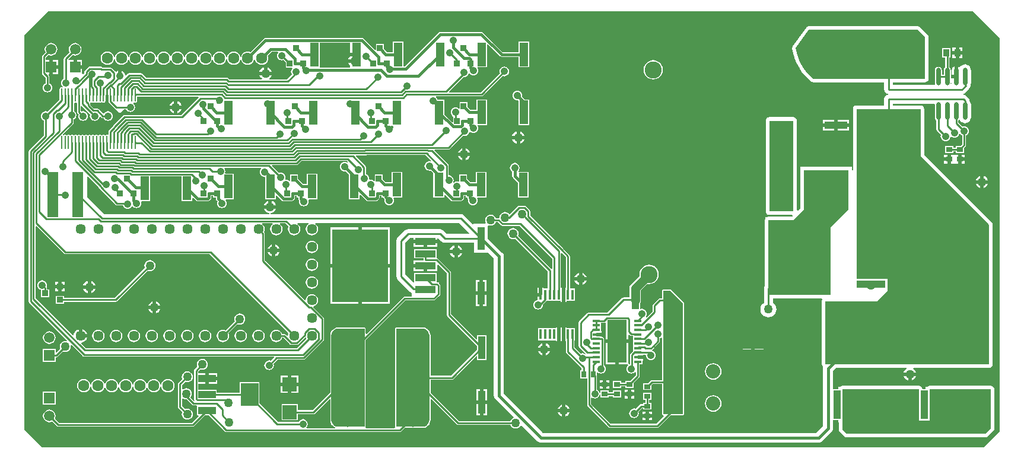
<source format=gtl>
G04 Layer_Physical_Order=1*
G04 Layer_Color=255*
%FSAX24Y24*%
%MOIN*%
G70*
G01*
G75*
%ADD10R,0.0492X0.1319*%
%ADD11R,0.0630X0.0472*%
%ADD12R,0.4173X0.3465*%
%ADD13R,0.0413X0.1634*%
%ADD14R,0.0787X0.0787*%
%ADD15R,0.3150X0.4094*%
%ADD16R,0.1142X0.0394*%
%ADD17R,0.0354X0.0394*%
%ADD18R,0.0140X0.0580*%
G04:AMPARAMS|DCode=19|XSize=187mil|YSize=551.2mil|CornerRadius=93.5mil|HoleSize=0mil|Usage=FLASHONLY|Rotation=0.000|XOffset=0mil|YOffset=0mil|HoleType=Round|Shape=RoundedRectangle|*
%AMROUNDEDRECTD19*
21,1,0.1870,0.3642,0,0,0.0*
21,1,0.0000,0.5512,0,0,0.0*
1,1,0.1870,0.0000,-0.1821*
1,1,0.1870,0.0000,-0.1821*
1,1,0.1870,0.0000,0.1821*
1,1,0.1870,0.0000,0.1821*
%
%ADD19ROUNDEDRECTD19*%
%ADD20R,0.0320X0.0360*%
%ADD21R,0.3340X0.2050*%
%ADD22R,0.0394X0.1260*%
%ADD23R,0.0984X0.0394*%
%ADD24R,0.0984X0.1299*%
%ADD25R,0.0950X0.1110*%
%ADD26R,0.0276X0.0354*%
%ADD27R,0.0354X0.0276*%
%ADD28R,0.0360X0.0320*%
%ADD29O,0.0098X0.0748*%
%ADD30O,0.0276X0.0984*%
%ADD31R,0.0413X0.1024*%
%ADD32R,0.0413X0.0177*%
%ADD33R,0.1079X0.2390*%
%ADD34R,0.1260X0.0394*%
%ADD35R,0.3465X0.4173*%
%ADD36R,0.1634X0.0413*%
%ADD37R,0.1122X0.0492*%
%ADD38R,0.2480X0.2185*%
%ADD39C,0.0100*%
%ADD40C,0.0150*%
%ADD41C,0.0500*%
%ADD42R,0.0630X0.2520*%
%ADD43R,0.1350X0.5100*%
%ADD44R,0.1200X0.2350*%
%ADD45C,0.0591*%
%ADD46R,0.0591X0.0591*%
%ADD47C,0.0630*%
%ADD48C,0.0800*%
%ADD49C,0.0957*%
%ADD50C,0.0570*%
%ADD51C,0.0420*%
%ADD52C,0.0500*%
G36*
X068900Y032450D02*
Y010350D01*
X068000Y009450D01*
X015100D01*
X014100Y010450D01*
Y032600D01*
X015450Y033950D01*
X067400Y033950D01*
X068900Y032450D01*
D02*
G37*
%LPC*%
G36*
X055619Y014965D02*
X055144D01*
Y014950D01*
X055619D01*
Y014965D01*
D02*
G37*
G36*
X045450Y019237D02*
Y019000D01*
X045687D01*
X045656Y019077D01*
X045600Y019150D01*
X045527Y019206D01*
X045450Y019237D01*
D02*
G37*
G36*
X030250Y020047D02*
X030160Y020035D01*
X030076Y020001D01*
X030005Y019945D01*
X029949Y019874D01*
X029915Y019790D01*
X029903Y019700D01*
X029915Y019610D01*
X029949Y019526D01*
X030005Y019455D01*
X030076Y019399D01*
X030160Y019365D01*
X030250Y019353D01*
X030340Y019365D01*
X030424Y019399D01*
X030495Y019455D01*
X030551Y019526D01*
X030585Y019610D01*
X030597Y019700D01*
X030585Y019790D01*
X030551Y019874D01*
X030495Y019945D01*
X030424Y020001D01*
X030340Y020035D01*
X030250Y020047D01*
D02*
G37*
G36*
X034636Y021797D02*
X033061D01*
Y019750D01*
X034636D01*
Y021797D01*
D02*
G37*
G36*
X032861D02*
X031287D01*
Y019750D01*
X032861D01*
Y021797D01*
D02*
G37*
G36*
X043200Y015287D02*
X043123Y015256D01*
X043050Y015200D01*
X042994Y015127D01*
X042963Y015050D01*
X043200D01*
Y015287D01*
D02*
G37*
G36*
X052800Y012363D02*
X052680Y012347D01*
X052568Y012301D01*
X052473Y012227D01*
X052399Y012132D01*
X052353Y012020D01*
X052337Y011900D01*
X052353Y011780D01*
X052399Y011668D01*
X052473Y011573D01*
X052568Y011499D01*
X052680Y011453D01*
X052800Y011437D01*
X052920Y011453D01*
X053032Y011499D01*
X053127Y011573D01*
X053201Y011668D01*
X053247Y011780D01*
X053263Y011900D01*
X053247Y012020D01*
X053201Y012132D01*
X053127Y012227D01*
X053032Y012301D01*
X052920Y012347D01*
X052800Y012363D01*
D02*
G37*
G36*
X049200Y019694D02*
X049060Y019676D01*
X048929Y019621D01*
X048817Y019535D01*
X048731Y019423D01*
X048676Y019292D01*
X048658Y019152D01*
X048670Y019063D01*
X048194Y018587D01*
X048144Y018522D01*
X048113Y018447D01*
X048102Y018366D01*
Y017854D01*
X047757D01*
X047715Y017846D01*
X047678Y017822D01*
X047678Y017822D01*
X046868Y017011D01*
X045800D01*
X045757Y017003D01*
X045721Y016979D01*
X045271Y016529D01*
X045247Y016493D01*
X045239Y016450D01*
X045239Y016450D01*
Y015150D01*
X045239Y015150D01*
X045247Y015107D01*
X045271Y015071D01*
X045624Y014718D01*
X045591Y014681D01*
X045586Y014685D01*
X045520Y014712D01*
X045450Y014721D01*
X045380Y014712D01*
X045355Y014702D01*
X045007Y015050D01*
Y015441D01*
X045025D01*
Y016139D01*
X044554D01*
Y016180D01*
X044484D01*
Y015790D01*
Y015400D01*
X044529D01*
Y014809D01*
X044529Y014809D01*
X044537Y014766D01*
X044561Y014730D01*
X045413Y013878D01*
Y013786D01*
X045328D01*
Y013314D01*
X045718D01*
Y011821D01*
X045718Y011821D01*
X045726Y011779D01*
X045750Y011743D01*
X046921Y010571D01*
X046921Y010571D01*
X046957Y010547D01*
X047000Y010539D01*
X047000Y010539D01*
X049650D01*
X049650Y010539D01*
X049693Y010547D01*
X049729Y010571D01*
X050393Y011236D01*
X051100D01*
X051145Y011255D01*
X051164Y011300D01*
X051164Y017550D01*
X051145Y017595D01*
X050445Y018295D01*
X050400Y018314D01*
X050000Y018314D01*
X049955Y018295D01*
X049945Y018271D01*
X049920D01*
Y017811D01*
X049800D01*
X049757Y017803D01*
X049721Y017779D01*
X049721Y017779D01*
X049421Y017479D01*
X049397Y017443D01*
X049389Y017400D01*
X049389Y017400D01*
Y017087D01*
X049050Y016748D01*
X049047Y016748D01*
X049029Y016767D01*
X049020Y016794D01*
X049035Y016814D01*
X049062Y016880D01*
X049071Y016950D01*
X049062Y017020D01*
X049035Y017086D01*
X048992Y017142D01*
X048936Y017185D01*
X048870Y017212D01*
X048800Y017221D01*
X048730Y017212D01*
X048721Y017209D01*
X048680Y017236D01*
Y017539D01*
X048684Y017544D01*
X048715Y017619D01*
X048726Y017700D01*
Y018237D01*
X049111Y018622D01*
X049200Y018610D01*
X049340Y018628D01*
X049471Y018683D01*
X049583Y018769D01*
X049669Y018881D01*
X049724Y019012D01*
X049742Y019152D01*
X049724Y019292D01*
X049669Y019423D01*
X049583Y019535D01*
X049471Y019621D01*
X049340Y019676D01*
X049200Y019694D01*
D02*
G37*
G36*
X045687Y018800D02*
X045450D01*
Y018563D01*
X045527Y018594D01*
X045600Y018650D01*
X045656Y018723D01*
X045687Y018800D01*
D02*
G37*
G36*
X045250Y019237D02*
X045173Y019206D01*
X045100Y019150D01*
X045044Y019077D01*
X045013Y019000D01*
X045250D01*
Y019237D01*
D02*
G37*
G36*
X028000Y020837D02*
X027923Y020806D01*
X027850Y020750D01*
X027794Y020677D01*
X027763Y020600D01*
X028000D01*
Y020837D01*
D02*
G37*
G36*
X044300Y011400D02*
X044063D01*
X044094Y011323D01*
X044150Y011250D01*
X044223Y011194D01*
X044300Y011163D01*
Y011400D01*
D02*
G37*
G36*
X028200Y020837D02*
Y020600D01*
X028437D01*
X028406Y020677D01*
X028350Y020750D01*
X028277Y020806D01*
X028200Y020837D01*
D02*
G37*
G36*
X027800Y023287D02*
X027723Y023256D01*
X027650Y023200D01*
X027594Y023127D01*
X027563Y023050D01*
X027800D01*
Y023287D01*
D02*
G37*
G36*
X043200Y014850D02*
X042963D01*
X042994Y014773D01*
X043050Y014700D01*
X043123Y014644D01*
X043200Y014613D01*
Y014850D01*
D02*
G37*
G36*
X044737Y011400D02*
X044500D01*
Y011163D01*
X044577Y011194D01*
X044650Y011250D01*
X044706Y011323D01*
X044737Y011400D01*
D02*
G37*
G36*
X043637Y014850D02*
X043400D01*
Y014613D01*
X043477Y014644D01*
X043550Y014700D01*
X043606Y014773D01*
X043637Y014850D01*
D02*
G37*
G36*
X054944Y014965D02*
X054469D01*
Y014950D01*
X054944D01*
Y014965D01*
D02*
G37*
G36*
X028000Y020400D02*
X027763D01*
X027794Y020323D01*
X027850Y020250D01*
X027923Y020194D01*
X028000Y020163D01*
Y020400D01*
D02*
G37*
G36*
X030250Y021047D02*
X030160Y021035D01*
X030076Y021001D01*
X030005Y020945D01*
X029949Y020874D01*
X029915Y020790D01*
X029903Y020700D01*
X029915Y020610D01*
X029949Y020526D01*
X030005Y020455D01*
X030076Y020399D01*
X030160Y020365D01*
X030250Y020353D01*
X030340Y020365D01*
X030424Y020399D01*
X030495Y020455D01*
X030551Y020526D01*
X030585Y020610D01*
X030597Y020700D01*
X030585Y020790D01*
X030551Y020874D01*
X030495Y020945D01*
X030424Y021001D01*
X030340Y021035D01*
X030250Y021047D01*
D02*
G37*
G36*
X028437Y020400D02*
X028200D01*
Y020163D01*
X028277Y020194D01*
X028350Y020250D01*
X028406Y020323D01*
X028437Y020400D01*
D02*
G37*
G36*
X045250Y018800D02*
X045013D01*
X045044Y018723D01*
X045100Y018650D01*
X045173Y018594D01*
X045250Y018563D01*
Y018800D01*
D02*
G37*
G36*
X063750Y013450D02*
X063513D01*
X063544Y013373D01*
X063600Y013300D01*
X063673Y013244D01*
X063750Y013213D01*
Y013450D01*
D02*
G37*
G36*
X029494Y013481D02*
X029100D01*
Y013087D01*
X029494D01*
Y013481D01*
D02*
G37*
G36*
X064187Y013450D02*
X063950D01*
Y013213D01*
X064027Y013244D01*
X064100Y013300D01*
X064156Y013373D01*
X064187Y013450D01*
D02*
G37*
G36*
X029494Y012887D02*
X029100D01*
Y012494D01*
X029494D01*
Y012887D01*
D02*
G37*
G36*
X052800Y014163D02*
X052680Y014147D01*
X052568Y014101D01*
X052473Y014027D01*
X052399Y013932D01*
X052353Y013820D01*
X052337Y013700D01*
X052353Y013580D01*
X052399Y013468D01*
X052473Y013373D01*
X052568Y013299D01*
X052680Y013253D01*
X052800Y013237D01*
X052920Y013253D01*
X053032Y013299D01*
X053127Y013373D01*
X053201Y013468D01*
X053247Y013580D01*
X053263Y013700D01*
X053247Y013820D01*
X053201Y013932D01*
X053127Y014027D01*
X053032Y014101D01*
X052920Y014147D01*
X052800Y014163D01*
D02*
G37*
G36*
X044284Y016180D02*
X044228D01*
Y015790D01*
Y015400D01*
X044284D01*
Y015790D01*
Y016180D01*
D02*
G37*
G36*
X044028D02*
X043958D01*
Y016139D01*
X042975D01*
Y015441D01*
X043958D01*
Y015400D01*
X044028D01*
Y015790D01*
Y016180D01*
D02*
G37*
G36*
X028900Y013481D02*
X028506D01*
Y013087D01*
X028900D01*
Y013481D01*
D02*
G37*
G36*
X022165Y013277D02*
X022067Y013264D01*
X021976Y013227D01*
X021898Y013167D01*
X021838Y013089D01*
X021800Y012998D01*
X021796Y012967D01*
X021746D01*
X021742Y012998D01*
X021704Y013089D01*
X021644Y013167D01*
X021566Y013227D01*
X021475Y013264D01*
X021377Y013277D01*
X021280Y013264D01*
X021189Y013227D01*
X021111Y013167D01*
X021051Y013089D01*
X021013Y012998D01*
X021009Y012967D01*
X020958D01*
X020954Y012998D01*
X020917Y013089D01*
X020857Y013167D01*
X020779Y013227D01*
X020688Y013264D01*
X020590Y013277D01*
X020492Y013264D01*
X020401Y013227D01*
X020323Y013167D01*
X020263Y013089D01*
X020226Y012998D01*
X020220Y012957D01*
X020170D01*
X020164Y012998D01*
X020127Y013089D01*
X020067Y013167D01*
X019989Y013227D01*
X019898Y013264D01*
X019800Y013277D01*
X019702Y013264D01*
X019611Y013227D01*
X019533Y013167D01*
X019473Y013089D01*
X019436Y012998D01*
X019430Y012957D01*
X019380D01*
X019374Y012998D01*
X019337Y013089D01*
X019277Y013167D01*
X019199Y013227D01*
X019108Y013264D01*
X019010Y013277D01*
X018912Y013264D01*
X018821Y013227D01*
X018743Y013167D01*
X018683Y013089D01*
X018646Y012998D01*
X018644Y012987D01*
X018594D01*
X018592Y012998D01*
X018555Y013089D01*
X018495Y013167D01*
X018416Y013227D01*
X018325Y013264D01*
X018228Y013277D01*
X018130Y013264D01*
X018039Y013227D01*
X017961Y013167D01*
X017901Y013089D01*
X017863Y012998D01*
X017859Y012967D01*
X017809D01*
X017805Y012998D01*
X017767Y013089D01*
X017707Y013167D01*
X017629Y013227D01*
X017538Y013264D01*
X017440Y013277D01*
X017343Y013264D01*
X017252Y013227D01*
X017174Y013167D01*
X017114Y013089D01*
X017076Y012998D01*
X017063Y012900D01*
X017076Y012802D01*
X017114Y012711D01*
X017174Y012633D01*
X017252Y012573D01*
X017343Y012536D01*
X017440Y012523D01*
X017538Y012536D01*
X017629Y012573D01*
X017707Y012633D01*
X017767Y012711D01*
X017805Y012802D01*
X017809Y012833D01*
X017859D01*
X017863Y012802D01*
X017901Y012711D01*
X017961Y012633D01*
X018039Y012573D01*
X018130Y012536D01*
X018228Y012523D01*
X018325Y012536D01*
X018416Y012573D01*
X018495Y012633D01*
X018555Y012711D01*
X018592Y012802D01*
X018594Y012813D01*
X018644D01*
X018646Y012802D01*
X018683Y012711D01*
X018743Y012633D01*
X018821Y012573D01*
X018912Y012536D01*
X019010Y012523D01*
X019108Y012536D01*
X019199Y012573D01*
X019277Y012633D01*
X019337Y012711D01*
X019374Y012802D01*
X019380Y012843D01*
X019430D01*
X019436Y012802D01*
X019473Y012711D01*
X019533Y012633D01*
X019611Y012573D01*
X019702Y012536D01*
X019800Y012523D01*
X019898Y012536D01*
X019989Y012573D01*
X020067Y012633D01*
X020127Y012711D01*
X020164Y012802D01*
X020170Y012843D01*
X020220D01*
X020226Y012802D01*
X020263Y012711D01*
X020323Y012633D01*
X020401Y012573D01*
X020492Y012536D01*
X020590Y012523D01*
X020688Y012536D01*
X020779Y012573D01*
X020857Y012633D01*
X020917Y012711D01*
X020954Y012802D01*
X020958Y012833D01*
X021009D01*
X021013Y012802D01*
X021051Y012711D01*
X021111Y012633D01*
X021189Y012573D01*
X021280Y012536D01*
X021377Y012523D01*
X021475Y012536D01*
X021566Y012573D01*
X021644Y012633D01*
X021704Y012711D01*
X021742Y012802D01*
X021746Y012833D01*
X021796D01*
X021800Y012802D01*
X021838Y012711D01*
X021898Y012633D01*
X021976Y012573D01*
X022067Y012536D01*
X022165Y012523D01*
X022262Y012536D01*
X022353Y012573D01*
X022432Y012633D01*
X022492Y012711D01*
X022529Y012802D01*
X022542Y012900D01*
X022529Y012998D01*
X022492Y013089D01*
X022432Y013167D01*
X022353Y013227D01*
X022262Y013264D01*
X022165Y013277D01*
D02*
G37*
G36*
X024941Y013206D02*
X024449D01*
Y013009D01*
X024941D01*
Y013206D01*
D02*
G37*
G36*
X032861Y019550D02*
X031287D01*
Y017503D01*
X032861D01*
Y019550D01*
D02*
G37*
G36*
X015854Y012554D02*
X015146D01*
Y011846D01*
X015854D01*
Y012554D01*
D02*
G37*
G36*
X043400Y015287D02*
Y015050D01*
X043637D01*
X043606Y015127D01*
X043550Y015200D01*
X043477Y015256D01*
X043400Y015287D01*
D02*
G37*
G36*
X030250Y019047D02*
X030160Y019035D01*
X030076Y019001D01*
X030005Y018945D01*
X029949Y018874D01*
X029915Y018790D01*
X029903Y018700D01*
X029915Y018610D01*
X029949Y018526D01*
X030005Y018455D01*
X030076Y018399D01*
X030160Y018365D01*
X030250Y018353D01*
X030340Y018365D01*
X030424Y018399D01*
X030495Y018455D01*
X030551Y018526D01*
X030585Y018610D01*
X030597Y018700D01*
X030585Y018790D01*
X030551Y018874D01*
X030495Y018945D01*
X030424Y019001D01*
X030340Y019035D01*
X030250Y019047D01*
D02*
G37*
G36*
X044300Y011837D02*
X044223Y011806D01*
X044150Y011750D01*
X044094Y011677D01*
X044063Y011600D01*
X044300D01*
Y011837D01*
D02*
G37*
G36*
X044500D02*
Y011600D01*
X044737D01*
X044706Y011677D01*
X044650Y011750D01*
X044577Y011806D01*
X044500Y011837D01*
D02*
G37*
G36*
X028900Y012887D02*
X028506D01*
Y012494D01*
X028900D01*
Y012887D01*
D02*
G37*
G36*
X034636Y019550D02*
X033061D01*
Y017503D01*
X034636D01*
Y019550D01*
D02*
G37*
G36*
X043004Y018400D02*
X042934D01*
Y018110D01*
X043004D01*
Y018400D01*
D02*
G37*
G36*
X015500Y015957D02*
X015408Y015945D01*
X015321Y015910D01*
X015247Y015853D01*
X015190Y015779D01*
X015155Y015692D01*
X015143Y015600D01*
X015155Y015508D01*
X015190Y015421D01*
X015247Y015347D01*
X015321Y015290D01*
X015408Y015255D01*
X015500Y015243D01*
X015592Y015255D01*
X015679Y015290D01*
X015753Y015347D01*
X015810Y015421D01*
X015845Y015508D01*
X015857Y015600D01*
X015845Y015692D01*
X015810Y015779D01*
X015753Y015853D01*
X015679Y015910D01*
X015592Y015945D01*
X015500Y015957D01*
D02*
G37*
G36*
X024941Y013602D02*
X024449D01*
Y013406D01*
X024941D01*
Y013602D01*
D02*
G37*
G36*
X049436Y031190D02*
X049296Y031172D01*
X049165Y031117D01*
X049053Y031031D01*
X048967Y030919D01*
X048913Y030788D01*
X048894Y030648D01*
X048913Y030508D01*
X048967Y030377D01*
X049053Y030265D01*
X049165Y030179D01*
X049296Y030124D01*
X049436Y030106D01*
X049577Y030124D01*
X049707Y030179D01*
X049819Y030265D01*
X049906Y030377D01*
X049960Y030508D01*
X049978Y030648D01*
X049960Y030788D01*
X049906Y030919D01*
X049819Y031031D01*
X049707Y031117D01*
X049577Y031172D01*
X049436Y031190D01*
D02*
G37*
G36*
X060415Y027847D02*
X059785D01*
Y027650D01*
X060415D01*
Y027847D01*
D02*
G37*
G36*
X015995Y030700D02*
X015700D01*
Y030405D01*
X015995D01*
Y030700D01*
D02*
G37*
G36*
X066350Y030838D02*
X066279Y030790D01*
X066226Y030712D01*
X066208Y030619D01*
Y030365D01*
X066350D01*
Y030838D01*
D02*
G37*
G36*
X059585Y027847D02*
X058956D01*
Y027650D01*
X059585D01*
Y027847D01*
D02*
G37*
G36*
Y027450D02*
X058956D01*
Y027253D01*
X059585D01*
Y027450D01*
D02*
G37*
G36*
X041950Y027187D02*
Y026950D01*
X042187D01*
X042156Y027027D01*
X042100Y027100D01*
X042027Y027156D01*
X041950Y027187D01*
D02*
G37*
G36*
X041800Y029471D02*
X041730Y029462D01*
X041664Y029435D01*
X041608Y029392D01*
X041565Y029336D01*
X041538Y029270D01*
X041529Y029200D01*
X041538Y029130D01*
X041565Y029064D01*
X041608Y029008D01*
X041664Y028965D01*
X041730Y028938D01*
X041800Y028929D01*
X041811Y028930D01*
X041849Y028897D01*
Y027546D01*
X042459D01*
Y028983D01*
X042211D01*
X042062Y029131D01*
X042071Y029200D01*
X042062Y029270D01*
X042035Y029336D01*
X041992Y029392D01*
X041936Y029435D01*
X041870Y029462D01*
X041800Y029471D01*
D02*
G37*
G36*
X060415Y027450D02*
X059785D01*
Y027253D01*
X060415D01*
Y027450D01*
D02*
G37*
G36*
X027550Y030787D02*
X027473Y030756D01*
X027400Y030700D01*
X027344Y030627D01*
X027313Y030550D01*
X027550D01*
Y030787D01*
D02*
G37*
G36*
X066415Y031897D02*
X066238D01*
Y031700D01*
X066415D01*
Y031897D01*
D02*
G37*
G36*
X015600Y032157D02*
X015508Y032145D01*
X015421Y032110D01*
X015347Y032053D01*
X015290Y031979D01*
X015255Y031892D01*
X015243Y031800D01*
X015255Y031707D01*
X015283Y031640D01*
X015117Y031474D01*
X015093Y031438D01*
X015084Y031396D01*
X015084Y031396D01*
Y030460D01*
X015084Y030460D01*
X015093Y030417D01*
X015117Y030381D01*
X015289Y030209D01*
Y029895D01*
X015264Y029885D01*
X015208Y029842D01*
X015165Y029786D01*
X015138Y029720D01*
X015129Y029650D01*
X015138Y029580D01*
X015165Y029514D01*
X015208Y029458D01*
X015264Y029415D01*
X015330Y029388D01*
X015400Y029379D01*
X015470Y029388D01*
X015536Y029415D01*
X015592Y029458D01*
X015635Y029514D01*
X015662Y029580D01*
X015671Y029650D01*
X015662Y029720D01*
X015635Y029786D01*
X015592Y029842D01*
X015536Y029885D01*
X015511Y029895D01*
Y030255D01*
X015511Y030255D01*
X015503Y030298D01*
X015479Y030334D01*
X015479Y030334D01*
X015454Y030359D01*
X015473Y030405D01*
X015500D01*
Y030800D01*
Y031195D01*
X015307D01*
Y031350D01*
X015440Y031483D01*
X015508Y031455D01*
X015600Y031443D01*
X015692Y031455D01*
X015779Y031490D01*
X015853Y031547D01*
X015910Y031621D01*
X015945Y031707D01*
X015957Y031800D01*
X015945Y031892D01*
X015910Y031979D01*
X015853Y032053D01*
X015779Y032110D01*
X015692Y032145D01*
X015600Y032157D01*
D02*
G37*
G36*
X064300Y033101D02*
X058179Y033101D01*
X058162Y033097D01*
X058146Y033098D01*
X058124Y033090D01*
X058102Y033085D01*
X058088Y033076D01*
X058073Y033070D01*
X058056Y033055D01*
X058037Y033042D01*
X058028Y033028D01*
X058015Y033017D01*
X057278Y031985D01*
X057262Y031950D01*
X057246Y031916D01*
X057246Y031915D01*
X057245Y031914D01*
X057244Y031876D01*
X057243Y031837D01*
X057262Y031713D01*
X057266Y031702D01*
X057267Y031691D01*
X057366Y031325D01*
X057371Y031313D01*
X057374Y031301D01*
X057493Y031014D01*
X057499Y031005D01*
X057502Y030994D01*
X057652Y030722D01*
X057660Y030714D01*
X057664Y030703D01*
X057844Y030450D01*
X057854Y030441D01*
X057861Y030429D01*
X058165Y030106D01*
X058176Y030098D01*
X058184Y030088D01*
X058299Y029994D01*
X058325Y029981D01*
X058349Y029965D01*
X058359Y029963D01*
X058368Y029958D01*
X058397Y029955D01*
X058426Y029949D01*
X062398Y029949D01*
Y029550D01*
X062417Y029454D01*
X062472Y029372D01*
X062554Y029317D01*
X062639Y029300D01*
Y029250D01*
X062554Y029233D01*
X062472Y029178D01*
X062417Y029096D01*
X062398Y029000D01*
Y028651D01*
X060850D01*
X060773Y028635D01*
X060708Y028592D01*
X060665Y028527D01*
X060649Y028450D01*
Y025012D01*
X060599Y025007D01*
X060585Y025077D01*
X060582Y025082D01*
Y025189D01*
X060457D01*
X060400Y025201D01*
X057900D01*
X057843Y025189D01*
X057708D01*
Y025043D01*
X057699Y025000D01*
Y022883D01*
X057551Y022735D01*
X057501Y022755D01*
Y027800D01*
X057485Y027877D01*
X057442Y027942D01*
X057441Y027942D01*
Y027944D01*
X057439D01*
X057377Y027985D01*
X057300Y028001D01*
X055950D01*
X055873Y027985D01*
X055811Y027944D01*
X055788D01*
Y027912D01*
X055765Y027877D01*
X055749Y027800D01*
Y025050D01*
Y022700D01*
X055765Y022623D01*
X055808Y022558D01*
X055808Y022558D01*
Y022556D01*
X055812D01*
X055873Y022515D01*
X055950Y022499D01*
X057245D01*
X057265Y022449D01*
X057217Y022401D01*
X055900D01*
X055823Y022385D01*
X055820Y022383D01*
X055716D01*
Y022279D01*
X055715Y022277D01*
X055699Y022200D01*
Y018499D01*
X055667Y018451D01*
X055648Y018355D01*
Y017570D01*
X055581Y017519D01*
X055510Y017425D01*
X055465Y017317D01*
X055449Y017200D01*
X055465Y017083D01*
X055510Y016975D01*
X055581Y016881D01*
X055675Y016810D01*
X055783Y016765D01*
X055900Y016749D01*
X056017Y016765D01*
X056125Y016810D01*
X056219Y016881D01*
X056290Y016975D01*
X056335Y017083D01*
X056351Y017200D01*
X056335Y017317D01*
X056290Y017425D01*
X056219Y017519D01*
X056152Y017570D01*
Y017799D01*
X058903D01*
X058930Y017749D01*
X058915Y017727D01*
X058899Y017650D01*
Y014100D01*
X058915Y014023D01*
X058951Y013969D01*
X058967Y013926D01*
D01*
X058979Y013880D01*
X058976Y013855D01*
Y010626D01*
X058602Y010252D01*
X058252D01*
X058250Y010250D01*
X054850D01*
X054848Y010252D01*
X043235D01*
X041024Y012464D01*
Y020185D01*
X041024Y020185D01*
X041015Y020256D01*
X040987Y020323D01*
X040944Y020379D01*
X040144Y021179D01*
Y021876D01*
X040194Y021910D01*
X040219Y021899D01*
X040300Y021888D01*
X040381Y021899D01*
X040456Y021930D01*
X040520Y021980D01*
X040570Y022044D01*
X040588Y022089D01*
X040696D01*
X040873Y021912D01*
X040873Y021912D01*
X040909Y021888D01*
X040951Y021880D01*
X041921D01*
X043748Y020053D01*
Y019473D01*
X043698Y019458D01*
X043695Y019462D01*
X041833Y021325D01*
X041851Y021369D01*
X041862Y021450D01*
X041851Y021531D01*
X041820Y021606D01*
X041770Y021670D01*
X041706Y021720D01*
X041631Y021751D01*
X041550Y021762D01*
X041469Y021751D01*
X041394Y021720D01*
X041330Y021670D01*
X041280Y021606D01*
X041249Y021531D01*
X041238Y021450D01*
X041249Y021369D01*
X041280Y021294D01*
X041330Y021230D01*
X041394Y021180D01*
X041469Y021149D01*
X041550Y021138D01*
X041631Y021149D01*
X041675Y021167D01*
X043505Y019338D01*
Y018359D01*
X043274D01*
Y018400D01*
X043204D01*
Y018010D01*
X043104D01*
Y017910D01*
X042934D01*
Y017718D01*
X042899Y017713D01*
X042833Y017686D01*
X042777Y017643D01*
X042734Y017587D01*
X042707Y017521D01*
X042698Y017451D01*
X042707Y017381D01*
X042734Y017315D01*
X042777Y017259D01*
X042833Y017216D01*
X042899Y017189D01*
X042969Y017180D01*
X043039Y017189D01*
X043105Y017216D01*
X043161Y017259D01*
X043204Y017315D01*
X043231Y017381D01*
X043240Y017451D01*
X043238Y017472D01*
X043427Y017661D01*
X044214D01*
Y017620D01*
X044284D01*
Y018010D01*
Y018400D01*
X044239D01*
Y020349D01*
X044285Y020368D01*
X044529Y020125D01*
Y018400D01*
X044484D01*
Y018010D01*
Y017620D01*
X044554D01*
Y017661D01*
X045025D01*
Y018359D01*
X044751D01*
Y020171D01*
X044742Y020213D01*
X044718Y020249D01*
X044718Y020249D01*
X044390Y020577D01*
X044390Y020580D01*
X044366Y020617D01*
X044366Y020617D01*
X042520Y022462D01*
Y022699D01*
X042520Y022699D01*
X042512Y022741D01*
X042488Y022777D01*
X042488Y022777D01*
X042277Y022988D01*
X042241Y023012D01*
X042199Y023020D01*
X042199Y023020D01*
X041901D01*
X041859Y023012D01*
X041823Y022988D01*
X041384Y022549D01*
X041334Y022552D01*
X041320Y022570D01*
X041256Y022620D01*
X041181Y022651D01*
X041100Y022662D01*
X041019Y022651D01*
X040944Y022620D01*
X040880Y022570D01*
X040830Y022506D01*
X040799Y022431D01*
X040789Y022353D01*
X040788Y022349D01*
X040743Y022311D01*
X040742Y022311D01*
X040742Y022311D01*
X040588D01*
X040570Y022356D01*
X040520Y022420D01*
X040456Y022470D01*
X040381Y022501D01*
X040300Y022512D01*
X040219Y022501D01*
X040144Y022470D01*
X040080Y022420D01*
X040030Y022356D01*
X039999Y022281D01*
X039988Y022200D01*
X039999Y022119D01*
X040023Y022062D01*
X039997Y022012D01*
X039356D01*
Y022000D01*
X039310Y021981D01*
X038813Y022478D01*
X038732Y022533D01*
X038635Y022552D01*
X027939D01*
X027936Y022602D01*
X027991Y022609D01*
X028077Y022644D01*
X028150Y022700D01*
X028206Y022773D01*
X028237Y022850D01*
X027563D01*
X027594Y022773D01*
X027650Y022700D01*
X027723Y022644D01*
X027809Y022609D01*
X027864Y022602D01*
X027861Y022552D01*
X018563D01*
X017624Y023490D01*
Y024653D01*
X017671Y024672D01*
X018270Y024073D01*
Y024068D01*
X018270Y024068D01*
X018278Y024025D01*
X018302Y023989D01*
X019220Y023071D01*
X019220Y023071D01*
X019256Y023047D01*
X019299Y023039D01*
X019637D01*
X019638Y023030D01*
X019665Y022964D01*
X019708Y022908D01*
X019764Y022865D01*
X019830Y022838D01*
X019900Y022829D01*
X019970Y022838D01*
X020036Y022865D01*
X020092Y022908D01*
X020135Y022964D01*
X020137Y022969D01*
X020194Y022976D01*
X020208Y022958D01*
X020264Y022915D01*
X020330Y022888D01*
X020400Y022879D01*
X020470Y022888D01*
X020536Y022915D01*
X020592Y022958D01*
X020635Y023014D01*
X020662Y023080D01*
X020671Y023150D01*
X020662Y023220D01*
X020654Y023240D01*
X020682Y023281D01*
X021174D01*
Y024671D01*
X022926D01*
Y023281D01*
X023536D01*
Y023436D01*
X023582Y023455D01*
X023742Y023296D01*
X023787Y023266D01*
X023839Y023256D01*
X024392D01*
X024444Y023266D01*
X024488Y023296D01*
X024567Y023374D01*
X024596Y023418D01*
X024607Y023471D01*
Y023570D01*
X024711D01*
Y023467D01*
X024863D01*
Y023400D01*
X024874Y023348D01*
X024903Y023303D01*
X024952Y023255D01*
X024938Y023220D01*
X024929Y023150D01*
X024938Y023080D01*
X024965Y023014D01*
X025008Y022958D01*
X025064Y022915D01*
X025130Y022888D01*
X025200Y022879D01*
X025270Y022888D01*
X025336Y022915D01*
X025392Y022958D01*
X025435Y023014D01*
X025462Y023080D01*
X025471Y023150D01*
X025462Y023220D01*
X025435Y023286D01*
X025400Y023331D01*
X025416Y023381D01*
X025874D01*
Y024818D01*
X025403D01*
X025388Y024842D01*
X025377Y024869D01*
X025385Y024931D01*
X025376Y025001D01*
X025349Y025066D01*
X025324Y025098D01*
X025349Y025148D01*
X027399D01*
X027416Y025098D01*
X027408Y025092D01*
X027365Y025036D01*
X027338Y024970D01*
X027329Y024900D01*
X027338Y024830D01*
X027365Y024764D01*
X027408Y024708D01*
X027464Y024665D01*
X027530Y024638D01*
X027600Y024629D01*
X027626Y024606D01*
Y023381D01*
X028236D01*
Y023558D01*
X028282Y023577D01*
X028564Y023296D01*
X028608Y023266D01*
X028660Y023256D01*
X029092D01*
X029144Y023266D01*
X029188Y023296D01*
X029267Y023374D01*
X029296Y023418D01*
X029307Y023471D01*
Y023570D01*
X029411D01*
Y023467D01*
X029493D01*
Y023420D01*
X029504Y023368D01*
X029533Y023323D01*
X029538Y023319D01*
X029529Y023250D01*
X029538Y023180D01*
X029565Y023114D01*
X029608Y023058D01*
X029664Y023015D01*
X029730Y022988D01*
X029800Y022979D01*
X029870Y022988D01*
X029936Y023015D01*
X029992Y023058D01*
X030035Y023114D01*
X030062Y023180D01*
X030071Y023250D01*
X030062Y023320D01*
X030054Y023340D01*
X030082Y023381D01*
X030574D01*
Y024818D01*
X029964D01*
Y024237D01*
X029747D01*
X029469Y024514D01*
Y024779D01*
X029031D01*
Y024417D01*
X028981Y024400D01*
X028936Y024435D01*
X028870Y024462D01*
X028800Y024471D01*
X028792Y024470D01*
X028756Y024516D01*
X028762Y024530D01*
X028771Y024600D01*
X028762Y024670D01*
X028735Y024736D01*
X028692Y024792D01*
X028636Y024835D01*
X028570Y024862D01*
X028500Y024871D01*
X028430Y024862D01*
X028405Y024852D01*
X027996Y025261D01*
X028015Y025307D01*
X029399D01*
X029399Y025307D01*
X029441Y025316D01*
X029478Y025340D01*
X029663Y025525D01*
X032217D01*
X032274Y025468D01*
X032241Y025431D01*
X032236Y025435D01*
X032170Y025462D01*
X032100Y025471D01*
X032030Y025462D01*
X031964Y025435D01*
X031908Y025392D01*
X031865Y025336D01*
X031838Y025270D01*
X031829Y025200D01*
X031838Y025130D01*
X031865Y025064D01*
X031908Y025008D01*
X031964Y024965D01*
X032030Y024938D01*
X032100Y024929D01*
X032169Y024938D01*
X032326Y024781D01*
Y023381D01*
X032936D01*
Y023608D01*
X032982Y023627D01*
X033314Y023296D01*
X033358Y023266D01*
X033410Y023256D01*
X033842D01*
X033894Y023266D01*
X033938Y023296D01*
X034017Y023374D01*
X034046Y023418D01*
X034057Y023471D01*
Y023570D01*
X034161D01*
Y023467D01*
X034254D01*
X034283Y023423D01*
X034338Y023369D01*
X034329Y023300D01*
X034338Y023230D01*
X034365Y023164D01*
X034408Y023108D01*
X034464Y023065D01*
X034530Y023038D01*
X034600Y023029D01*
X034670Y023038D01*
X034736Y023065D01*
X034792Y023108D01*
X034835Y023164D01*
X034862Y023230D01*
X034871Y023300D01*
X034862Y023370D01*
X034837Y023431D01*
X034850Y023468D01*
X034856Y023481D01*
X035324D01*
Y024918D01*
X034714D01*
Y024337D01*
X034397D01*
X034219Y024514D01*
Y024779D01*
X033781D01*
Y024417D01*
X033731Y024400D01*
X033686Y024435D01*
X033620Y024462D01*
X033550Y024471D01*
X033517Y024467D01*
X033472Y024511D01*
X033475Y024531D01*
X033466Y024601D01*
X033438Y024667D01*
X033395Y024723D01*
X033339Y024766D01*
X033280Y024790D01*
Y025182D01*
X033272Y025225D01*
X033248Y025261D01*
X033248Y025261D01*
X032711Y025797D01*
X032730Y025844D01*
X033279D01*
X033279Y025844D01*
X033322Y025852D01*
X033329Y025857D01*
X036636D01*
X036934Y025558D01*
X036931Y025547D01*
X036908Y025514D01*
X036850Y025521D01*
X036780Y025512D01*
X036714Y025485D01*
X036658Y025442D01*
X036615Y025386D01*
X036588Y025320D01*
X036579Y025250D01*
X036588Y025180D01*
X036615Y025114D01*
X036658Y025058D01*
X036714Y025015D01*
X036780Y024988D01*
X036850Y024979D01*
X036919Y024988D01*
X037076Y024831D01*
Y023481D01*
X037686D01*
Y023608D01*
X037732Y023627D01*
X038064Y023296D01*
X038108Y023266D01*
X038160Y023256D01*
X038592D01*
X038644Y023266D01*
X038688Y023296D01*
X038767Y023374D01*
X038796Y023418D01*
X038807Y023471D01*
Y023570D01*
X038911D01*
Y023467D01*
X038994D01*
X039004Y023418D01*
X039033Y023373D01*
X039038Y023369D01*
X039029Y023300D01*
X039038Y023230D01*
X039065Y023164D01*
X039108Y023108D01*
X039164Y023065D01*
X039230Y023038D01*
X039300Y023029D01*
X039370Y023038D01*
X039436Y023065D01*
X039492Y023108D01*
X039535Y023164D01*
X039562Y023230D01*
X039571Y023300D01*
X039562Y023370D01*
X039537Y023431D01*
X039550Y023468D01*
X039556Y023481D01*
X040074D01*
Y024918D01*
X039464D01*
Y024337D01*
X039147D01*
X038969Y024514D01*
Y024779D01*
X038531D01*
Y024382D01*
X038489Y024354D01*
X038470Y024362D01*
X038400Y024371D01*
X038330Y024362D01*
X038264Y024335D01*
X038240Y024316D01*
X038199Y024348D01*
X038212Y024380D01*
X038221Y024450D01*
X038212Y024520D01*
X038185Y024586D01*
X038142Y024642D01*
X038086Y024685D01*
X038020Y024712D01*
X037950Y024721D01*
X037930Y024739D01*
Y025282D01*
X037930Y025282D01*
X037922Y025325D01*
X037898Y025361D01*
X037138Y026121D01*
X037158Y026171D01*
X037926D01*
X037926Y026171D01*
X037969Y026179D01*
X038005Y026203D01*
X038749Y026947D01*
X038774Y026937D01*
X038844Y026928D01*
X038914Y026937D01*
X038979Y026964D01*
X039036Y027007D01*
X039079Y027064D01*
X039106Y027129D01*
X039159Y027151D01*
X039187Y027129D01*
X039253Y027102D01*
X039323Y027093D01*
X039393Y027102D01*
X039459Y027129D01*
X039515Y027172D01*
X039558Y027228D01*
X039585Y027294D01*
X039594Y027364D01*
X039585Y027434D01*
X039560Y027496D01*
X039573Y027532D01*
X039579Y027546D01*
X040097D01*
Y028983D01*
X039487D01*
Y028401D01*
X039169D01*
X038992Y028578D01*
Y028843D01*
X038554D01*
Y028481D01*
X038504Y028464D01*
X038459Y028499D01*
X038393Y028526D01*
X038323Y028536D01*
X038253Y028526D01*
X038187Y028499D01*
X038131Y028456D01*
X038088Y028400D01*
X038061Y028334D01*
X038051Y028264D01*
X038061Y028194D01*
X038088Y028128D01*
X038131Y028072D01*
X038159Y028051D01*
X038180Y028010D01*
Y027719D01*
X038134Y027699D01*
X037686Y028147D01*
Y028969D01*
X037312D01*
X037312Y028970D01*
X037285Y029036D01*
X037242Y029092D01*
X037221Y029108D01*
X037238Y029158D01*
X039786D01*
X039786Y029158D01*
X039828Y029166D01*
X039864Y029190D01*
X040978Y030304D01*
X041003Y030294D01*
X041073Y030285D01*
X041143Y030294D01*
X041209Y030321D01*
X041265Y030364D01*
X041308Y030420D01*
X041335Y030486D01*
X041344Y030556D01*
X041335Y030626D01*
X041308Y030692D01*
X041265Y030748D01*
X041209Y030791D01*
X041143Y030818D01*
X041073Y030827D01*
X041003Y030818D01*
X040937Y030791D01*
X040881Y030748D01*
X040838Y030692D01*
X040811Y030626D01*
X040801Y030556D01*
X040811Y030486D01*
X040821Y030461D01*
X039740Y029380D01*
X037975D01*
X037956Y029426D01*
X038763Y030234D01*
X038800Y030229D01*
X038870Y030238D01*
X038936Y030265D01*
X038992Y030308D01*
X039035Y030364D01*
X039062Y030430D01*
X039062Y030430D01*
X039114Y030444D01*
X039131Y030422D01*
X039187Y030379D01*
X039253Y030352D01*
X039323Y030343D01*
X039393Y030352D01*
X039459Y030379D01*
X039515Y030422D01*
X039558Y030478D01*
X039585Y030544D01*
X039594Y030614D01*
X039585Y030684D01*
X039560Y030746D01*
X039573Y030782D01*
X039579Y030796D01*
X040097D01*
Y032073D01*
X040143Y032092D01*
X040818Y031418D01*
X040862Y031388D01*
X040915Y031377D01*
X041849D01*
Y030796D01*
X042459D01*
Y032233D01*
X041849D01*
Y031651D01*
X040971D01*
X039875Y032747D01*
X039831Y032776D01*
X039779Y032787D01*
X037467D01*
X037415Y032776D01*
X037370Y032747D01*
X035461Y030838D01*
X035397D01*
Y032233D01*
X034787D01*
Y031651D01*
X034469D01*
X034292Y031828D01*
Y032093D01*
X033854D01*
Y031768D01*
X033808Y031749D01*
X033152Y032404D01*
X033108Y032434D01*
X033056Y032444D01*
X030090D01*
X030052Y032437D01*
X027646D01*
X027594Y032426D01*
X027549Y032397D01*
X026796Y031643D01*
X026744Y031664D01*
X026646Y031677D01*
X026548Y031664D01*
X026457Y031627D01*
X026379Y031567D01*
X026319Y031489D01*
X026281Y031398D01*
X026279Y031377D01*
X026228D01*
X026226Y031398D01*
X026188Y031489D01*
X026128Y031567D01*
X026050Y031627D01*
X025959Y031664D01*
X025861Y031677D01*
X025763Y031664D01*
X025672Y031627D01*
X025594Y031567D01*
X025534Y031489D01*
X025497Y031398D01*
X025491Y031357D01*
X025441D01*
X025436Y031398D01*
X025398Y031489D01*
X025338Y031567D01*
X025260Y031627D01*
X025169Y031664D01*
X025071Y031677D01*
X024973Y031664D01*
X024882Y031627D01*
X024804Y031567D01*
X024744Y031489D01*
X024707Y031398D01*
X024701Y031357D01*
X024651D01*
X024646Y031398D01*
X024608Y031489D01*
X024548Y031567D01*
X024470Y031627D01*
X024379Y031664D01*
X024281Y031677D01*
X024183Y031664D01*
X024092Y031627D01*
X024014Y031567D01*
X023954Y031489D01*
X023917Y031398D01*
X023913Y031367D01*
X023862D01*
X023858Y031398D01*
X023820Y031489D01*
X023760Y031567D01*
X023682Y031627D01*
X023591Y031664D01*
X023494Y031677D01*
X023396Y031664D01*
X023305Y031627D01*
X023227Y031567D01*
X023167Y031489D01*
X023129Y031398D01*
X023125Y031367D01*
X023075D01*
X023071Y031398D01*
X023033Y031489D01*
X022973Y031567D01*
X022895Y031627D01*
X022804Y031664D01*
X022706Y031677D01*
X022609Y031664D01*
X022518Y031627D01*
X022440Y031567D01*
X022380Y031489D01*
X022342Y031398D01*
X022340Y031387D01*
X022290D01*
X022289Y031398D01*
X022251Y031489D01*
X022191Y031567D01*
X022113Y031627D01*
X022022Y031664D01*
X021924Y031677D01*
X021826Y031664D01*
X021735Y031627D01*
X021657Y031567D01*
X021597Y031489D01*
X021560Y031398D01*
X021554Y031357D01*
X021504D01*
X021499Y031398D01*
X021461Y031489D01*
X021401Y031567D01*
X021323Y031627D01*
X021232Y031664D01*
X021134Y031677D01*
X021036Y031664D01*
X020945Y031627D01*
X020867Y031567D01*
X020807Y031489D01*
X020770Y031398D01*
X020764Y031357D01*
X020714D01*
X020709Y031398D01*
X020671Y031489D01*
X020611Y031567D01*
X020533Y031627D01*
X020442Y031664D01*
X020344Y031677D01*
X020246Y031664D01*
X020155Y031627D01*
X020077Y031567D01*
X020017Y031489D01*
X019980Y031398D01*
X019976Y031367D01*
X019925D01*
X019921Y031398D01*
X019883Y031489D01*
X019823Y031567D01*
X019745Y031627D01*
X019654Y031664D01*
X019557Y031677D01*
X019459Y031664D01*
X019368Y031627D01*
X019290Y031567D01*
X019230Y031489D01*
X019192Y031398D01*
X019188Y031367D01*
X019138D01*
X019134Y031398D01*
X019096Y031489D01*
X019036Y031567D01*
X018958Y031627D01*
X018867Y031664D01*
X018769Y031677D01*
X018672Y031664D01*
X018581Y031627D01*
X018503Y031567D01*
X018443Y031489D01*
X018405Y031398D01*
X018392Y031300D01*
X018405Y031202D01*
X018443Y031111D01*
X018503Y031033D01*
X018581Y030973D01*
X018672Y030936D01*
X018769Y030923D01*
X018867Y030936D01*
X018958Y030973D01*
X019036Y031033D01*
X019096Y031111D01*
X019134Y031202D01*
X019138Y031233D01*
X019188D01*
X019192Y031202D01*
X019230Y031111D01*
X019290Y031033D01*
X019368Y030973D01*
X019459Y030936D01*
X019557Y030923D01*
X019654Y030936D01*
X019745Y030973D01*
X019823Y031033D01*
X019883Y031111D01*
X019921Y031202D01*
X019925Y031233D01*
X019976D01*
X019980Y031202D01*
X020017Y031111D01*
X020077Y031033D01*
X020155Y030973D01*
X020246Y030936D01*
X020344Y030923D01*
X020442Y030936D01*
X020533Y030973D01*
X020611Y031033D01*
X020671Y031111D01*
X020709Y031202D01*
X020714Y031243D01*
X020764D01*
X020770Y031202D01*
X020807Y031111D01*
X020867Y031033D01*
X020945Y030973D01*
X021036Y030936D01*
X021134Y030923D01*
X021232Y030936D01*
X021323Y030973D01*
X021401Y031033D01*
X021461Y031111D01*
X021499Y031202D01*
X021504Y031243D01*
X021554D01*
X021560Y031202D01*
X021597Y031111D01*
X021657Y031033D01*
X021735Y030973D01*
X021826Y030936D01*
X021924Y030923D01*
X022022Y030936D01*
X022113Y030973D01*
X022191Y031033D01*
X022251Y031111D01*
X022289Y031202D01*
X022290Y031213D01*
X022340D01*
X022342Y031202D01*
X022380Y031111D01*
X022440Y031033D01*
X022518Y030973D01*
X022609Y030936D01*
X022706Y030923D01*
X022804Y030936D01*
X022895Y030973D01*
X022973Y031033D01*
X023033Y031111D01*
X023071Y031202D01*
X023075Y031233D01*
X023125D01*
X023129Y031202D01*
X023167Y031111D01*
X023227Y031033D01*
X023305Y030973D01*
X023396Y030936D01*
X023494Y030923D01*
X023591Y030936D01*
X023682Y030973D01*
X023760Y031033D01*
X023820Y031111D01*
X023858Y031202D01*
X023862Y031233D01*
X023913D01*
X023917Y031202D01*
X023954Y031111D01*
X024014Y031033D01*
X024092Y030973D01*
X024183Y030936D01*
X024281Y030923D01*
X024379Y030936D01*
X024470Y030973D01*
X024548Y031033D01*
X024608Y031111D01*
X024646Y031202D01*
X024651Y031243D01*
X024701D01*
X024707Y031202D01*
X024744Y031111D01*
X024804Y031033D01*
X024882Y030973D01*
X024973Y030936D01*
X025071Y030923D01*
X025169Y030936D01*
X025260Y030973D01*
X025338Y031033D01*
X025398Y031111D01*
X025436Y031202D01*
X025441Y031243D01*
X025491D01*
X025497Y031202D01*
X025534Y031111D01*
X025594Y031033D01*
X025672Y030973D01*
X025763Y030936D01*
X025861Y030923D01*
X025959Y030936D01*
X026050Y030973D01*
X026128Y031033D01*
X026188Y031111D01*
X026226Y031202D01*
X026228Y031223D01*
X026279D01*
X026281Y031202D01*
X026319Y031111D01*
X026379Y031033D01*
X026457Y030973D01*
X026548Y030936D01*
X026646Y030923D01*
X026744Y030936D01*
X026835Y030973D01*
X026913Y031033D01*
X026973Y031111D01*
X027010Y031202D01*
X027016Y031243D01*
X027066D01*
X027071Y031202D01*
X027109Y031111D01*
X027169Y031033D01*
X027247Y030973D01*
X027338Y030936D01*
X027436Y030923D01*
X027534Y030936D01*
X027625Y030973D01*
X027703Y031033D01*
X027763Y031111D01*
X027800Y031202D01*
X027813Y031300D01*
X027800Y031398D01*
X027779Y031450D01*
X027993Y031663D01*
X028076D01*
X028106Y031657D01*
X028326D01*
X028351Y031607D01*
X028334Y031586D01*
X028307Y031520D01*
X028298Y031450D01*
X028307Y031380D01*
X028334Y031314D01*
X028377Y031258D01*
X028434Y031215D01*
X028499Y031188D01*
X028569Y031179D01*
X028640Y031188D01*
X028664Y031198D01*
X028780Y031082D01*
Y030781D01*
X029134D01*
X029150Y030731D01*
X029115Y030686D01*
X029088Y030620D01*
X029079Y030550D01*
X029088Y030480D01*
X029115Y030414D01*
X029133Y030391D01*
X028854Y030111D01*
X027866D01*
X027849Y030161D01*
X027900Y030200D01*
X027956Y030273D01*
X027987Y030350D01*
X027313D01*
X027344Y030273D01*
X027400Y030200D01*
X027451Y030161D01*
X027434Y030111D01*
X025622D01*
X025555Y030179D01*
X025518Y030203D01*
X025476Y030211D01*
X025476Y030211D01*
X020940D01*
X020725Y030427D01*
X020689Y030451D01*
X020646Y030459D01*
X020646Y030459D01*
X019988D01*
X019988Y030459D01*
X019945Y030451D01*
X019909Y030427D01*
X019810Y030327D01*
X019757Y030345D01*
X019752Y030381D01*
X019721Y030456D01*
X019671Y030521D01*
X019606Y030571D01*
X019550Y030594D01*
Y030300D01*
X019350D01*
Y030594D01*
X019294Y030571D01*
X019264Y030548D01*
X019198Y030560D01*
X019198Y030561D01*
X019011Y030748D01*
X018975Y030772D01*
X018932Y030780D01*
X018932Y030780D01*
X018930D01*
X018895Y030787D01*
X018895Y030787D01*
X018490D01*
X018479Y030798D01*
X018443Y030822D01*
X018401Y030830D01*
X018401Y030830D01*
X017769D01*
X017727Y030822D01*
X017690Y030798D01*
X017504Y030611D01*
X017479Y030575D01*
X017471Y030532D01*
X017471Y030532D01*
Y030463D01*
X017410Y030402D01*
X017393Y030402D01*
X017345Y030449D01*
X017345Y030700D01*
X016950D01*
Y030800D01*
X016850D01*
Y031195D01*
X016573D01*
X016551Y031244D01*
X016790Y031483D01*
X016858Y031455D01*
X016950Y031443D01*
X017042Y031455D01*
X017129Y031490D01*
X017203Y031547D01*
X017260Y031621D01*
X017295Y031707D01*
X017307Y031800D01*
X017295Y031892D01*
X017260Y031979D01*
X017203Y032053D01*
X017129Y032110D01*
X017042Y032145D01*
X016950Y032157D01*
X016858Y032145D01*
X016771Y032110D01*
X016697Y032053D01*
X016640Y031979D01*
X016605Y031892D01*
X016593Y031800D01*
X016605Y031707D01*
X016633Y031640D01*
X016340Y031347D01*
X016316Y031311D01*
X016308Y031269D01*
X016308Y031269D01*
Y030163D01*
X016283Y030153D01*
X016227Y030109D01*
X016184Y030053D01*
X016157Y029988D01*
X016147Y029918D01*
X016157Y029847D01*
X016184Y029782D01*
X016227Y029726D01*
X016249Y029709D01*
X016255Y029658D01*
X016238Y029647D01*
X016225Y029656D01*
X016183Y029664D01*
X016141Y029656D01*
X016105Y029632D01*
X016081Y029596D01*
X016073Y029554D01*
Y029233D01*
X016072Y029229D01*
Y028979D01*
X015395Y028302D01*
X015370Y028312D01*
X015300Y028321D01*
X015230Y028312D01*
X015164Y028285D01*
X015108Y028242D01*
X015065Y028186D01*
X015038Y028120D01*
X015029Y028050D01*
X015038Y027980D01*
X015065Y027914D01*
X015108Y027858D01*
X015164Y027815D01*
X015189Y027805D01*
Y026958D01*
X014375Y026144D01*
X014351Y026108D01*
X014343Y026065D01*
X014343Y026065D01*
Y017646D01*
X014343Y017646D01*
X014351Y017604D01*
X014375Y017568D01*
X016495Y015447D01*
X016491Y015433D01*
X016469Y015403D01*
X016400Y015412D01*
X016319Y015401D01*
X016244Y015370D01*
X016180Y015320D01*
X016130Y015256D01*
X016099Y015181D01*
X016088Y015100D01*
X016099Y015019D01*
X016117Y014975D01*
X015901Y014758D01*
X015854Y014777D01*
Y014954D01*
X015146D01*
Y014246D01*
X015854D01*
Y014482D01*
X015900Y014489D01*
X015943Y014497D01*
X015979Y014521D01*
X016275Y014817D01*
X016319Y014799D01*
X016400Y014788D01*
X016481Y014799D01*
X016556Y014830D01*
X016620Y014880D01*
X016670Y014944D01*
X016701Y015019D01*
X016712Y015100D01*
X016703Y015169D01*
X016733Y015191D01*
X016747Y015195D01*
X017371Y014571D01*
X017407Y014547D01*
X017450Y014539D01*
X017450Y014539D01*
X028116D01*
X028135Y014493D01*
X027945Y014302D01*
X027920Y014312D01*
X027850Y014321D01*
X027780Y014312D01*
X027714Y014285D01*
X027658Y014242D01*
X027615Y014186D01*
X027588Y014120D01*
X027579Y014050D01*
X027588Y013980D01*
X027615Y013914D01*
X027658Y013858D01*
X027714Y013815D01*
X027780Y013788D01*
X027850Y013779D01*
X027920Y013788D01*
X027986Y013815D01*
X028042Y013858D01*
X028085Y013914D01*
X028112Y013980D01*
X028121Y014050D01*
X028112Y014120D01*
X028102Y014145D01*
X028316Y014359D01*
X029802D01*
X029802Y014359D01*
X029845Y014368D01*
X029881Y014392D01*
X030912Y015423D01*
X030912Y015423D01*
X030936Y015459D01*
X030945Y015501D01*
X030945Y015501D01*
Y016674D01*
X030945Y016674D01*
X030936Y016716D01*
X030912Y016753D01*
X030912Y016753D01*
X030346Y017319D01*
X030361Y017374D01*
X030424Y017399D01*
X030495Y017455D01*
X030551Y017526D01*
X030585Y017610D01*
X030597Y017700D01*
X030585Y017790D01*
X030551Y017874D01*
X030495Y017945D01*
X030424Y018001D01*
X030340Y018035D01*
X030250Y018047D01*
X030160Y018035D01*
X030076Y018001D01*
X030005Y017945D01*
X029949Y017874D01*
X029915Y017790D01*
X029905Y017716D01*
X029857Y017693D01*
X027611Y019939D01*
Y021450D01*
X027603Y021493D01*
X027579Y021529D01*
X027579Y021529D01*
X027559Y021548D01*
X027585Y021610D01*
X027597Y021700D01*
X027585Y021790D01*
X027551Y021874D01*
X027495Y021945D01*
X027451Y021980D01*
X027468Y022030D01*
X028032D01*
X028049Y021980D01*
X028005Y021945D01*
X027949Y021874D01*
X027915Y021790D01*
X027903Y021700D01*
X027915Y021610D01*
X027949Y021526D01*
X028005Y021455D01*
X028076Y021399D01*
X028160Y021365D01*
X028250Y021353D01*
X028340Y021365D01*
X028424Y021399D01*
X028495Y021455D01*
X028551Y021526D01*
X028585Y021610D01*
X028597Y021700D01*
X028585Y021790D01*
X028551Y021874D01*
X028495Y021945D01*
X028451Y021980D01*
X028468Y022030D01*
X028763D01*
X028941Y021852D01*
X028915Y021790D01*
X028903Y021700D01*
X028915Y021610D01*
X028949Y021526D01*
X029005Y021455D01*
X029076Y021399D01*
X029160Y021365D01*
X029250Y021353D01*
X029340Y021365D01*
X029424Y021399D01*
X029495Y021455D01*
X029551Y021526D01*
X029585Y021610D01*
X029597Y021700D01*
X029585Y021790D01*
X029551Y021874D01*
X029495Y021945D01*
X029426Y021998D01*
X029426Y022004D01*
X029450Y022048D01*
X030050D01*
X030074Y022004D01*
X030074Y021998D01*
X030005Y021945D01*
X029949Y021874D01*
X029915Y021790D01*
X029903Y021700D01*
X029915Y021610D01*
X029949Y021526D01*
X030005Y021455D01*
X030076Y021399D01*
X030160Y021365D01*
X030250Y021353D01*
X030340Y021365D01*
X030424Y021399D01*
X030495Y021455D01*
X030551Y021526D01*
X030585Y021610D01*
X030597Y021700D01*
X030585Y021790D01*
X030551Y021874D01*
X030495Y021945D01*
X030426Y021998D01*
X030426Y022004D01*
X030450Y022048D01*
X038531D01*
X039096Y021483D01*
X039077Y021437D01*
X037819D01*
X037628Y021628D01*
X037546Y021683D01*
X037450Y021702D01*
X035650D01*
X035554Y021683D01*
X035472Y021628D01*
X035072Y021228D01*
X035017Y021146D01*
X034998Y021050D01*
Y019050D01*
X035017Y018954D01*
X035072Y018872D01*
X035772Y018172D01*
X035854Y018117D01*
X035875Y018113D01*
Y017918D01*
X035828Y017911D01*
X035462D01*
X035419Y017903D01*
X035383Y017879D01*
X035383Y017879D01*
X033324Y015820D01*
X033278Y015839D01*
Y016106D01*
X033259Y016151D01*
X033214Y016170D01*
X031712D01*
X031708Y016168D01*
X031704Y016169D01*
X031627Y016159D01*
X031619Y016155D01*
X031611D01*
X031515Y016115D01*
X031509Y016109D01*
X031500Y016107D01*
X031418Y016044D01*
X031414Y016036D01*
X031406Y016032D01*
X031343Y015950D01*
X031341Y015941D01*
X031335Y015935D01*
X031295Y015839D01*
Y015831D01*
X031291Y015823D01*
X031281Y015746D01*
X031282Y015742D01*
X031280Y015738D01*
Y015712D01*
Y012508D01*
X030296Y011524D01*
X029453D01*
Y011865D01*
X028547D01*
Y010960D01*
X029453D01*
Y011301D01*
X030342D01*
X030342Y011301D01*
X030384Y011310D01*
X030420Y011334D01*
X031234Y012148D01*
X031280Y012128D01*
Y010962D01*
X031282Y010958D01*
X031281Y010954D01*
X031291Y010877D01*
X031295Y010869D01*
Y010861D01*
X031335Y010765D01*
X031341Y010759D01*
X031343Y010750D01*
X031406Y010668D01*
X031414Y010664D01*
X031418Y010656D01*
X031500Y010593D01*
X031509Y010591D01*
X031515Y010585D01*
X031572Y010561D01*
X031562Y010511D01*
X029963D01*
X029947Y010547D01*
X029944Y010561D01*
X029985Y010614D01*
X030012Y010680D01*
X030021Y010750D01*
X030012Y010820D01*
X029985Y010886D01*
X029942Y010942D01*
X029886Y010985D01*
X029820Y011012D01*
X029750Y011021D01*
X029680Y011012D01*
X029614Y010985D01*
X029558Y010942D01*
X029515Y010886D01*
X029505Y010861D01*
X028359D01*
X027302Y011919D01*
Y013109D01*
X026200D01*
Y012511D01*
X024900D01*
Y012656D01*
X023859D01*
Y013009D01*
X024249D01*
Y013306D01*
Y013602D01*
X023859D01*
Y013702D01*
X023975Y013817D01*
X024019Y013799D01*
X024100Y013788D01*
X024181Y013799D01*
X024256Y013830D01*
X024320Y013880D01*
X024370Y013944D01*
X024401Y014019D01*
X024412Y014100D01*
X024401Y014181D01*
X024370Y014256D01*
X024320Y014320D01*
X024256Y014370D01*
X024181Y014401D01*
X024100Y014412D01*
X024019Y014401D01*
X023944Y014370D01*
X023880Y014320D01*
X023830Y014256D01*
X023799Y014181D01*
X023788Y014100D01*
X023799Y014019D01*
X023817Y013975D01*
X023669Y013827D01*
X023645Y013791D01*
X023637Y013748D01*
X023637Y013748D01*
Y012158D01*
X023637Y012158D01*
X023645Y012115D01*
X023665Y012086D01*
X023659Y012060D01*
X023645Y012033D01*
X023621Y012029D01*
X023456Y012194D01*
X023420Y012230D01*
X023470Y012294D01*
X023501Y012369D01*
X023512Y012450D01*
X023501Y012531D01*
X023470Y012606D01*
X023420Y012670D01*
X023356Y012720D01*
X023281Y012751D01*
X023200Y012762D01*
X023119Y012751D01*
X023044Y012720D01*
X023002Y012688D01*
X022952Y012712D01*
Y012945D01*
X023125Y013117D01*
X023169Y013099D01*
X023250Y013088D01*
X023331Y013099D01*
X023406Y013130D01*
X023470Y013180D01*
X023520Y013244D01*
X023551Y013319D01*
X023562Y013400D01*
X023551Y013481D01*
X023520Y013556D01*
X023470Y013620D01*
X023406Y013670D01*
X023331Y013701D01*
X023250Y013712D01*
X023169Y013701D01*
X023094Y013670D01*
X023030Y013620D01*
X022980Y013556D01*
X022949Y013481D01*
X022938Y013400D01*
X022949Y013319D01*
X022967Y013275D01*
X022762Y013070D01*
X022738Y013033D01*
X022730Y012991D01*
X022730Y012991D01*
Y011709D01*
X022730Y011709D01*
X022738Y011667D01*
X022762Y011630D01*
X022967Y011425D01*
X022949Y011381D01*
X022938Y011300D01*
X022949Y011219D01*
X022980Y011144D01*
X023030Y011080D01*
X023094Y011030D01*
X023169Y010999D01*
X023250Y010988D01*
X023331Y010999D01*
X023406Y011030D01*
X023470Y011080D01*
X023520Y011144D01*
X023551Y011219D01*
X023562Y011300D01*
X023551Y011381D01*
X023520Y011456D01*
X023470Y011520D01*
X023406Y011570D01*
X023331Y011601D01*
X023250Y011612D01*
X023169Y011601D01*
X023125Y011583D01*
X022952Y011755D01*
Y012188D01*
X023002Y012212D01*
X023044Y012180D01*
X023119Y012149D01*
X023197Y012139D01*
X023514Y011821D01*
X023514Y011821D01*
X023550Y011797D01*
X023593Y011789D01*
X023770D01*
X023798Y011750D01*
Y011239D01*
X023871D01*
X023890Y011192D01*
X023509Y010811D01*
X016046D01*
X015817Y011040D01*
X015845Y011107D01*
X015857Y011200D01*
X015845Y011293D01*
X015810Y011379D01*
X015753Y011453D01*
X015679Y011510D01*
X015592Y011545D01*
X015500Y011557D01*
X015408Y011545D01*
X015321Y011510D01*
X015247Y011453D01*
X015190Y011379D01*
X015155Y011293D01*
X015143Y011200D01*
X015155Y011107D01*
X015190Y011021D01*
X015247Y010947D01*
X015321Y010890D01*
X015408Y010855D01*
X015500Y010843D01*
X015592Y010855D01*
X015660Y010883D01*
X015921Y010621D01*
X015921Y010621D01*
X015957Y010597D01*
X016000Y010589D01*
X016000Y010589D01*
X023555D01*
X023555Y010589D01*
X023597Y010597D01*
X023633Y010621D01*
X024251Y011239D01*
X024448D01*
X025365Y010321D01*
X025365Y010321D01*
X025401Y010297D01*
X025444Y010289D01*
X025444Y010289D01*
X035200D01*
X035200Y010289D01*
X035243Y010297D01*
X035279Y010321D01*
X035487Y010530D01*
X036488D01*
X036492Y010532D01*
X036496Y010531D01*
X036573Y010541D01*
X036581Y010545D01*
X036589D01*
X036685Y010585D01*
X036691Y010591D01*
X036700Y010593D01*
X036782Y010656D01*
X036786Y010664D01*
X036794Y010668D01*
X036857Y010750D01*
X036859Y010759D01*
X036865Y010765D01*
X036905Y010861D01*
Y010869D01*
X036909Y010877D01*
X036919Y010954D01*
X036918Y010958D01*
X036920Y010962D01*
Y012128D01*
X036966Y012148D01*
X038392Y010721D01*
X038392Y010721D01*
X038428Y010697D01*
X038471Y010689D01*
X038471Y010689D01*
X041412D01*
X041430Y010644D01*
X041480Y010580D01*
X041544Y010530D01*
X041619Y010499D01*
X041700Y010488D01*
X041781Y010499D01*
X041856Y010530D01*
X041920Y010580D01*
X041970Y010644D01*
X041981Y010672D01*
X042031Y010682D01*
X042928Y009784D01*
X042985Y009741D01*
X043051Y009713D01*
X043122Y009704D01*
X058716D01*
X058787Y009713D01*
X058853Y009741D01*
X058910Y009784D01*
X059444Y010318D01*
X059487Y010375D01*
X059515Y010441D01*
X059524Y010512D01*
Y010963D01*
X059846D01*
Y010826D01*
X059849D01*
Y010450D01*
X059865Y010373D01*
X059908Y010308D01*
X060158Y010058D01*
X060223Y010015D01*
X060300Y009999D01*
X068100Y009999D01*
X068177Y010015D01*
X068242Y010058D01*
X068542Y010358D01*
X068585Y010423D01*
X068601Y010500D01*
X068601Y012700D01*
X068585Y012777D01*
X068542Y012842D01*
X068477Y012885D01*
X068400Y012901D01*
X064950Y012901D01*
X064873Y012885D01*
X064825Y012853D01*
X064746D01*
Y012715D01*
X064548D01*
X064535Y012777D01*
X064492Y012842D01*
X064427Y012885D01*
X064350Y012901D01*
X060050D01*
X059973Y012885D01*
X059925Y012853D01*
X059846D01*
Y012715D01*
X059524D01*
Y013742D01*
X059682Y013899D01*
X063652D01*
X063660Y013882D01*
X063665Y013849D01*
X063600Y013800D01*
X063544Y013727D01*
X063513Y013650D01*
X064187D01*
X064156Y013727D01*
X064100Y013800D01*
X064035Y013849D01*
X064040Y013882D01*
X064048Y013899D01*
X068300D01*
X068377Y013915D01*
X068394Y013926D01*
X068433D01*
Y013952D01*
X068442Y013958D01*
X068485Y014023D01*
X068501Y014100D01*
Y021950D01*
X068485Y022027D01*
X068442Y022092D01*
X064651Y025883D01*
X064651Y028450D01*
X064635Y028527D01*
X064592Y028592D01*
X064527Y028635D01*
X064450Y028651D01*
X062902D01*
Y028748D01*
X065222D01*
X065253Y028710D01*
X065249Y028690D01*
Y027981D01*
X065265Y027904D01*
X065308Y027839D01*
X065339Y027819D01*
Y027300D01*
X065339Y027300D01*
X065347Y027257D01*
X065371Y027221D01*
X065598Y026995D01*
X065588Y026970D01*
X065579Y026900D01*
X065588Y026830D01*
X065615Y026764D01*
X065658Y026708D01*
X065714Y026665D01*
X065780Y026638D01*
X065850Y026629D01*
X065920Y026638D01*
X065986Y026665D01*
X066042Y026708D01*
X066085Y026764D01*
X066112Y026830D01*
X066118Y026878D01*
X066130Y026887D01*
X066169Y026899D01*
X066214Y026865D01*
X066280Y026838D01*
X066350Y026829D01*
X066420Y026838D01*
X066486Y026865D01*
X066542Y026908D01*
X066585Y026964D01*
X066612Y027030D01*
X066615Y027054D01*
X066657Y027063D01*
X066667Y027062D01*
X066708Y027008D01*
X066764Y026965D01*
X066789Y026955D01*
Y026472D01*
X066690Y026372D01*
X066414D01*
Y026287D01*
X066286D01*
Y026372D01*
X065814D01*
Y025979D01*
X066286D01*
Y026064D01*
X066414D01*
Y025979D01*
X066886D01*
Y026255D01*
X066979Y026347D01*
X066979Y026347D01*
X067003Y026383D01*
X067011Y026426D01*
X067011Y026426D01*
Y026955D01*
X067036Y026965D01*
X067092Y027008D01*
X067135Y027064D01*
X067162Y027130D01*
X067171Y027200D01*
X067162Y027270D01*
X067135Y027336D01*
X067092Y027392D01*
X067036Y027435D01*
X066970Y027462D01*
X066900Y027471D01*
X066830Y027462D01*
X066805Y027452D01*
X066561Y027696D01*
Y027812D01*
X066600Y027845D01*
X066648Y027837D01*
X066658Y027812D01*
X066711Y027742D01*
X066781Y027689D01*
X066863Y027655D01*
X066950Y027644D01*
X067037Y027655D01*
X067119Y027689D01*
X067189Y027742D01*
X067242Y027812D01*
X067276Y027894D01*
X067288Y027981D01*
Y028690D01*
X067276Y028777D01*
X067242Y028859D01*
X067199Y028915D01*
X067183Y028996D01*
X067128Y029078D01*
X067028Y029178D01*
X066946Y029233D01*
X066883Y029245D01*
X066877Y029273D01*
X066878Y029297D01*
X066954Y029348D01*
X067178Y029572D01*
X067233Y029654D01*
X067252Y029750D01*
X067250Y029760D01*
X067276Y029823D01*
X067288Y029910D01*
Y030619D01*
X067276Y030706D01*
X067242Y030788D01*
X067189Y030858D01*
X067119Y030911D01*
X067037Y030945D01*
X066950Y030956D01*
X066863Y030945D01*
X066781Y030911D01*
X066711Y030858D01*
X066671Y030806D01*
X066632Y030794D01*
X066608Y030799D01*
X066550Y030838D01*
Y030265D01*
X066450D01*
Y030165D01*
X066208D01*
Y029910D01*
X066213Y029885D01*
X066179Y029845D01*
X066146Y029888D01*
X066151Y029910D01*
Y030619D01*
X066135Y030696D01*
X066092Y030761D01*
X066061Y030781D01*
Y031344D01*
X066121D01*
Y031856D01*
X065649D01*
Y031344D01*
X065839D01*
Y030781D01*
X065808Y030761D01*
X065765Y030696D01*
X065749Y030619D01*
Y030376D01*
X065651D01*
Y030619D01*
X065635Y030696D01*
X065592Y030761D01*
X065527Y030804D01*
X065450Y030820D01*
X065373Y030804D01*
X065308Y030761D01*
X065265Y030696D01*
X065249Y030619D01*
Y029910D01*
X065261Y029852D01*
X065230Y029802D01*
X062902D01*
Y029949D01*
X064700D01*
X064777Y029965D01*
X064842Y030008D01*
X064885Y030073D01*
X064901Y030150D01*
X064901Y032500D01*
X064885Y032577D01*
X064842Y032642D01*
X064442Y033042D01*
X064377Y033085D01*
X064300Y033101D01*
D02*
G37*
G36*
X066792Y031897D02*
X066615D01*
Y031700D01*
X066792D01*
Y031897D01*
D02*
G37*
G36*
Y031500D02*
X066615D01*
Y031303D01*
X066792D01*
Y031500D01*
D02*
G37*
G36*
X015995Y031195D02*
X015700D01*
Y030900D01*
X015995D01*
Y031195D01*
D02*
G37*
G36*
X027750Y030787D02*
Y030550D01*
X027987D01*
X027956Y030627D01*
X027900Y030700D01*
X027827Y030756D01*
X027750Y030787D01*
D02*
G37*
G36*
X066415Y031500D02*
X066238D01*
Y031303D01*
X066415D01*
Y031500D01*
D02*
G37*
G36*
X017050Y031195D02*
Y030900D01*
X017345D01*
Y031195D01*
X017050D01*
D02*
G37*
G36*
X041750Y027187D02*
X041673Y027156D01*
X041600Y027100D01*
X041544Y027027D01*
X041513Y026950D01*
X041750D01*
Y027187D01*
D02*
G37*
G36*
X067800Y024687D02*
X067723Y024656D01*
X067650Y024600D01*
X067594Y024527D01*
X067563Y024450D01*
X067800D01*
Y024687D01*
D02*
G37*
G36*
X068000D02*
Y024450D01*
X068237D01*
X068206Y024527D01*
X068150Y024600D01*
X068077Y024656D01*
X068000Y024687D01*
D02*
G37*
G36*
X068237Y024250D02*
X068000D01*
Y024013D01*
X068077Y024044D01*
X068150Y024100D01*
X068206Y024173D01*
X068237Y024250D01*
D02*
G37*
G36*
X065950Y025862D02*
X065773D01*
Y025724D01*
X065950D01*
Y025862D01*
D02*
G37*
G36*
X039137Y025800D02*
X038900D01*
Y025563D01*
X038977Y025594D01*
X039050Y025650D01*
X039106Y025723D01*
X039137Y025800D01*
D02*
G37*
G36*
X065950Y025524D02*
X065773D01*
Y025387D01*
X065950D01*
Y025524D01*
D02*
G37*
G36*
X066373Y025862D02*
X066327D01*
X066323Y025862D01*
X066150D01*
Y025624D01*
Y025387D01*
X066323D01*
X066327Y025387D01*
X066373D01*
X066377Y025387D01*
X066550D01*
Y025624D01*
Y025862D01*
X066377D01*
X066373Y025862D01*
D02*
G37*
G36*
X038700Y025800D02*
X038463D01*
X038494Y025723D01*
X038550Y025650D01*
X038623Y025594D01*
X038700Y025563D01*
Y025800D01*
D02*
G37*
G36*
X066927Y025524D02*
X066750D01*
Y025387D01*
X066927D01*
Y025524D01*
D02*
G37*
G36*
X067800Y024250D02*
X067563D01*
X067594Y024173D01*
X067650Y024100D01*
X067723Y024044D01*
X067800Y024013D01*
Y024250D01*
D02*
G37*
G36*
X038700Y026237D02*
X038623Y026206D01*
X038550Y026150D01*
X038494Y026077D01*
X038463Y026000D01*
X038700D01*
Y026237D01*
D02*
G37*
G36*
X028000Y023287D02*
Y023050D01*
X028237D01*
X028206Y023127D01*
X028150Y023200D01*
X028077Y023256D01*
X028000Y023287D01*
D02*
G37*
G36*
X038900Y026237D02*
Y026000D01*
X039137D01*
X039106Y026077D01*
X039050Y026150D01*
X038977Y026206D01*
X038900Y026237D01*
D02*
G37*
G36*
X042187Y026750D02*
X041950D01*
Y026513D01*
X042027Y026544D01*
X042100Y026600D01*
X042156Y026673D01*
X042187Y026750D01*
D02*
G37*
G36*
X041750D02*
X041513D01*
X041544Y026673D01*
X041600Y026600D01*
X041673Y026544D01*
X041750Y026513D01*
Y026750D01*
D02*
G37*
G36*
X041650Y025421D02*
X041580Y025412D01*
X041514Y025385D01*
X041458Y025342D01*
X041415Y025286D01*
X041388Y025220D01*
X041379Y025150D01*
X041388Y025080D01*
X041415Y025014D01*
X041458Y024958D01*
X041513Y024916D01*
Y024681D01*
X041524Y024629D01*
X041553Y024584D01*
X041826Y024312D01*
Y023481D01*
X042436D01*
Y024918D01*
X041872D01*
X041861Y024933D01*
X041850Y024969D01*
X041885Y025014D01*
X041912Y025080D01*
X041921Y025150D01*
X041912Y025220D01*
X041885Y025286D01*
X041842Y025342D01*
X041786Y025385D01*
X041720Y025412D01*
X041650Y025421D01*
D02*
G37*
G36*
X066750Y025862D02*
Y025724D01*
X066927D01*
Y025862D01*
X066750D01*
D02*
G37*
%LPD*%
G36*
X046761Y016425D02*
Y015500D01*
X048039D01*
Y015738D01*
X048086Y015757D01*
X048121Y015721D01*
X048121Y015721D01*
X048157Y015697D01*
X048200Y015689D01*
X048296D01*
Y015380D01*
Y015124D01*
Y014843D01*
X048289Y014839D01*
X048289Y014839D01*
X048167Y014717D01*
X048143Y014681D01*
X048134Y014638D01*
X048134Y014638D01*
Y014113D01*
X048130Y014112D01*
X048085Y014093D01*
X048040Y014125D01*
X048039Y014126D01*
Y015300D01*
X047500D01*
Y014105D01*
X048008D01*
X048025Y014055D01*
X048008Y014042D01*
X047965Y013986D01*
X047938Y013920D01*
X047929Y013850D01*
X047938Y013780D01*
X047965Y013714D01*
X048008Y013658D01*
X048064Y013615D01*
X048130Y013588D01*
X048200Y013579D01*
X048270Y013588D01*
X048336Y013615D01*
X048392Y013658D01*
X048400Y013669D01*
X048450Y013652D01*
Y013483D01*
X048140Y013172D01*
X047864D01*
Y013087D01*
X047636D01*
Y013172D01*
X047164D01*
Y012779D01*
X047636D01*
Y012864D01*
X047864D01*
Y012779D01*
X048336D01*
Y013055D01*
X048640Y013358D01*
X048640Y013358D01*
X048664Y013394D01*
X048673Y013437D01*
Y014101D01*
X048827D01*
Y014316D01*
X048868D01*
Y014404D01*
X048561D01*
Y014604D01*
X048868D01*
Y014649D01*
X048997D01*
X049030Y014611D01*
X049029Y014600D01*
X049038Y014530D01*
X049065Y014464D01*
X049108Y014408D01*
X049164Y014365D01*
X049230Y014338D01*
X049300Y014329D01*
X049370Y014338D01*
X049436Y014365D01*
X049492Y014408D01*
X049535Y014464D01*
X049562Y014530D01*
X049571Y014600D01*
X049562Y014670D01*
X049535Y014736D01*
X049492Y014792D01*
X049436Y014835D01*
X049371Y014862D01*
X049370Y014865D01*
X049362Y014914D01*
X049385Y014929D01*
X049496Y015040D01*
X049496Y015040D01*
X049779Y015323D01*
X049779Y015323D01*
X049803Y015359D01*
X049811Y015401D01*
Y015555D01*
X049836Y015565D01*
X049886Y015604D01*
X049910Y015598D01*
X049936Y015584D01*
X049936Y013211D01*
X049349D01*
X049306Y013203D01*
X049270Y013179D01*
X049270Y013179D01*
X049140Y013048D01*
X048864D01*
Y012654D01*
X049336D01*
Y012930D01*
X049395Y012989D01*
X049936D01*
X049936Y011300D01*
X049955Y011255D01*
X050000Y011236D01*
X050013D01*
X050033Y011190D01*
X049604Y010761D01*
X047046D01*
X045940Y011867D01*
Y012209D01*
X045990Y012234D01*
X046014Y012215D01*
X046080Y012188D01*
X046150Y012179D01*
X046220Y012188D01*
X046286Y012215D01*
X046342Y012258D01*
X046385Y012314D01*
X046412Y012380D01*
X046414Y012392D01*
X046464Y012389D01*
Y012228D01*
X046936D01*
Y012313D01*
X047164D01*
Y012228D01*
X047636D01*
Y012621D01*
X047164D01*
Y012536D01*
X046936D01*
Y012621D01*
X046464D01*
Y012511D01*
X046414Y012508D01*
X046412Y012520D01*
X046385Y012586D01*
X046342Y012642D01*
X046286Y012685D01*
X046261Y012695D01*
Y013314D01*
X046272D01*
Y013627D01*
X046322Y013647D01*
X046364Y013615D01*
X046430Y013588D01*
X046500Y013579D01*
X046570Y013588D01*
X046636Y013615D01*
X046692Y013658D01*
X046735Y013714D01*
X046762Y013780D01*
X046771Y013850D01*
X046762Y013920D01*
X046735Y013986D01*
X046692Y014042D01*
X046666Y014062D01*
Y015528D01*
X046657Y015570D01*
X046633Y015607D01*
X046597Y015631D01*
X046554Y015639D01*
X046545D01*
Y015684D01*
X046239D01*
Y015884D01*
X046545D01*
Y015972D01*
X046504D01*
Y016440D01*
X046663D01*
X046663Y016440D01*
X046706Y016449D01*
X046711Y016452D01*
X046761Y016425D01*
D02*
G37*
G36*
X035972Y021089D02*
X036643D01*
X037313D01*
Y021160D01*
X037363Y021181D01*
X037537Y021007D01*
X037618Y020953D01*
X037715Y020934D01*
X039356D01*
Y020359D01*
X040144D01*
Y020359D01*
X040176Y020372D01*
X040476Y020072D01*
Y012350D01*
X040485Y012279D01*
X040513Y012213D01*
X040556Y012156D01*
X041582Y011131D01*
X041572Y011081D01*
X041544Y011070D01*
X041480Y011020D01*
X041430Y010956D01*
X041412Y010911D01*
X038517D01*
X036920Y012508D01*
Y013239D01*
X038115D01*
X038115Y013239D01*
X038157Y013247D01*
X038193Y013271D01*
X039498Y014576D01*
X039544Y014557D01*
Y014346D01*
X040056D01*
Y015724D01*
X039544D01*
Y015514D01*
X039498Y015495D01*
X038061Y016931D01*
Y019264D01*
X038061Y019264D01*
X038053Y019307D01*
X038029Y019343D01*
X038029Y019343D01*
X037337Y020035D01*
X037301Y020059D01*
X037272Y020064D01*
Y020575D01*
X036013D01*
Y020063D01*
X036531D01*
Y019956D01*
X036524Y019947D01*
X035972D01*
Y019750D01*
X036643D01*
Y019650D01*
X036743D01*
Y019353D01*
X037313D01*
Y019678D01*
X037360Y019698D01*
X037839Y019218D01*
Y016885D01*
X037839Y016885D01*
X037847Y016843D01*
X037871Y016807D01*
X039544Y015134D01*
Y014937D01*
X038069Y013461D01*
X036920D01*
Y015738D01*
X036918Y015742D01*
X036919Y015746D01*
X036909Y015823D01*
X036905Y015831D01*
Y015839D01*
X036865Y015935D01*
X036859Y015941D01*
X036857Y015950D01*
X036794Y016032D01*
X036786Y016036D01*
X036782Y016044D01*
X036700Y016107D01*
X036691Y016109D01*
X036685Y016115D01*
X036589Y016155D01*
X036581D01*
X036573Y016159D01*
X036496Y016169D01*
X036492Y016168D01*
X036488Y016170D01*
X034986D01*
X034941Y016151D01*
X034922Y016106D01*
Y010594D01*
X034936Y010561D01*
X034913Y010511D01*
X033287D01*
X033264Y010561D01*
X033278Y010594D01*
Y015459D01*
X035508Y017689D01*
X037100D01*
X037100Y017689D01*
X037143Y017697D01*
X037179Y017721D01*
X037375Y017918D01*
X037410D01*
Y017953D01*
X037429Y017971D01*
X037429Y017971D01*
X037453Y018007D01*
X037461Y018050D01*
Y018526D01*
X037461Y018526D01*
X037453Y018568D01*
X037429Y018605D01*
X037429Y018605D01*
X037410Y018623D01*
Y018705D01*
X037323D01*
X037301Y018720D01*
X037272Y018726D01*
Y019237D01*
X036013D01*
Y018725D01*
X035971Y018705D01*
X035951D01*
X035502Y019154D01*
Y020946D01*
X035754Y021198D01*
X035972D01*
Y021089D01*
D02*
G37*
G36*
X016321Y020321D02*
X016321Y020321D01*
X016357Y020297D01*
X016400Y020289D01*
X024504D01*
X028941Y015852D01*
X028915Y015790D01*
X028905Y015716D01*
X028857Y015693D01*
X028771Y015779D01*
X028735Y015803D01*
X028693Y015811D01*
X028693Y015811D01*
X028576D01*
X028551Y015874D01*
X028495Y015945D01*
X028424Y016001D01*
X028340Y016035D01*
X028250Y016047D01*
X028160Y016035D01*
X028076Y016001D01*
X028005Y015945D01*
X027949Y015874D01*
X027915Y015790D01*
X027903Y015700D01*
X027915Y015610D01*
X027949Y015526D01*
X028005Y015455D01*
X028076Y015399D01*
X028160Y015365D01*
X028250Y015353D01*
X028340Y015365D01*
X028424Y015399D01*
X028495Y015455D01*
X028551Y015526D01*
X028576Y015589D01*
X028647D01*
X029008Y015227D01*
X029044Y015203D01*
X029087Y015195D01*
X029087Y015195D01*
X029413D01*
X029413Y015195D01*
X029456Y015203D01*
X029492Y015227D01*
X029869Y015604D01*
X029920Y015589D01*
X029936Y015543D01*
X029404Y015011D01*
X017539D01*
X017284Y015266D01*
X017302Y015319D01*
X017351Y015325D01*
X017444Y015364D01*
X017525Y015425D01*
X017586Y015506D01*
X017625Y015599D01*
X017625Y015600D01*
X017250D01*
Y015700D01*
X017150D01*
Y016075D01*
X017149Y016075D01*
X017056Y016036D01*
X016975Y015975D01*
X016914Y015894D01*
X016875Y015801D01*
X016869Y015752D01*
X016816Y015734D01*
X014724Y017826D01*
Y021853D01*
X014770Y021873D01*
X016321Y020321D01*
D02*
G37*
G36*
X033214Y010594D02*
X031712D01*
X031635Y010604D01*
X031539Y010644D01*
X031457Y010707D01*
X031394Y010789D01*
X031354Y010885D01*
X031344Y010962D01*
Y010988D01*
Y015712D01*
Y015738D01*
X031354Y015815D01*
X031394Y015911D01*
X031457Y015993D01*
X031539Y016056D01*
X031635Y016096D01*
X031712Y016106D01*
X033214D01*
Y010594D01*
D02*
G37*
G36*
X018829Y029205D02*
X018828Y029201D01*
Y028877D01*
X018836Y028834D01*
X018842Y028826D01*
Y028791D01*
X018850Y028796D01*
X018891Y028768D01*
X019387Y028271D01*
X019387Y028271D01*
X019423Y028247D01*
X019466Y028239D01*
X019508Y028247D01*
X019545Y028271D01*
X019712Y028439D01*
X019805D01*
X019815Y028414D01*
X019858Y028358D01*
X019914Y028315D01*
X019980Y028288D01*
X020050Y028279D01*
X020120Y028288D01*
X020186Y028315D01*
X020242Y028358D01*
X020285Y028414D01*
X020312Y028480D01*
X020321Y028550D01*
X020312Y028620D01*
X020285Y028686D01*
X020242Y028742D01*
X020214Y028764D01*
X020231Y028811D01*
X020249Y028819D01*
X020275Y028802D01*
X020317Y028794D01*
X020359Y028802D01*
X020395Y028826D01*
X020419Y028862D01*
X020427Y028904D01*
Y029153D01*
X023875D01*
X023895Y029103D01*
X022904Y028111D01*
X020821D01*
X020820Y028111D01*
X020778Y028120D01*
X020778Y028120D01*
X019763D01*
X019720Y028111D01*
X019718Y028110D01*
X019682Y028103D01*
X019646Y028079D01*
X019087Y027520D01*
X019063Y027484D01*
X019059Y027462D01*
X018860Y027264D01*
X018836Y027228D01*
X018828Y027185D01*
X018828Y027185D01*
Y027029D01*
X018794Y027005D01*
X018778Y026999D01*
X018742Y027006D01*
X018700Y026998D01*
X018677Y026983D01*
X018644Y026977D01*
X018610Y026983D01*
X018588Y026998D01*
X018545Y027006D01*
X018503Y026998D01*
X018467Y026974D01*
X018426D01*
X018391Y026998D01*
X018348Y027006D01*
X018306Y026998D01*
X018284Y026983D01*
X018250Y026977D01*
X018216Y026983D01*
X018194Y026998D01*
X018152Y027006D01*
X018109Y026998D01*
X018074Y026974D01*
X018033D01*
X017997Y026998D01*
X017955Y027006D01*
X017912Y026998D01*
X017877Y026974D01*
X017836D01*
X017800Y026998D01*
X017758Y027006D01*
X017716Y026998D01*
X017680Y026974D01*
X017639D01*
X017603Y026998D01*
X017561Y027006D01*
X017519Y026998D01*
X017483Y026974D01*
X017442D01*
X017406Y026998D01*
X017364Y027006D01*
X017322Y026998D01*
X017286Y026974D01*
X017245D01*
X017210Y026998D01*
X017167Y027006D01*
X017125Y026998D01*
X017089Y026974D01*
X017049D01*
X017013Y026998D01*
X016970Y027006D01*
X016928Y026998D01*
X016892Y026974D01*
X016852D01*
X016816Y026998D01*
X016774Y027006D01*
X016731Y026998D01*
X016709Y026983D01*
X016675Y026977D01*
X016641Y026983D01*
X016619Y026998D01*
X016577Y027006D01*
X016535Y026998D01*
X016499Y026974D01*
X016458D01*
X016422Y026998D01*
X016380Y027006D01*
X016338Y026998D01*
X016311Y026980D01*
X016269Y026992D01*
X016262Y027041D01*
X016829Y027608D01*
X016829Y027608D01*
X016853Y027644D01*
X016861Y027687D01*
Y027855D01*
X016886Y027865D01*
X016942Y027908D01*
X016985Y027964D01*
X017012Y028030D01*
X017021Y028100D01*
X017012Y028170D01*
X016985Y028236D01*
X016942Y028292D01*
X016886Y028335D01*
X016885Y028335D01*
Y028771D01*
X016919Y028795D01*
X016935Y028801D01*
X016970Y028794D01*
X017006Y028801D01*
X017022Y028795D01*
X017056Y028771D01*
Y028283D01*
X017056Y028283D01*
X017065Y028240D01*
X017089Y028204D01*
X017148Y028145D01*
X017138Y028120D01*
X017129Y028050D01*
X017138Y027980D01*
X017165Y027914D01*
X017208Y027858D01*
X017264Y027815D01*
X017330Y027788D01*
X017400Y027779D01*
X017470Y027788D01*
X017536Y027815D01*
X017592Y027858D01*
X017635Y027914D01*
X017662Y027980D01*
X017671Y028050D01*
X017662Y028120D01*
X017635Y028186D01*
X017592Y028242D01*
X017536Y028285D01*
X017470Y028312D01*
X017400Y028321D01*
X017330Y028312D01*
X017320Y028308D01*
X017279Y028341D01*
Y028594D01*
X017329Y028614D01*
X017798Y028145D01*
X017788Y028120D01*
X017779Y028050D01*
X017788Y027980D01*
X017815Y027914D01*
X017858Y027858D01*
X017914Y027815D01*
X017980Y027788D01*
X018050Y027779D01*
X018120Y027788D01*
X018186Y027815D01*
X018242Y027858D01*
X018285Y027914D01*
X018312Y027980D01*
X018316Y028007D01*
X018369Y028025D01*
X018423Y027971D01*
X018459Y027947D01*
X018501Y027939D01*
X018501Y027939D01*
X018555D01*
X018565Y027914D01*
X018608Y027858D01*
X018664Y027815D01*
X018730Y027788D01*
X018800Y027779D01*
X018870Y027788D01*
X018936Y027815D01*
X018992Y027858D01*
X019035Y027914D01*
X019062Y027980D01*
X019071Y028050D01*
X019062Y028120D01*
X019035Y028186D01*
X018992Y028242D01*
X018936Y028285D01*
X018870Y028312D01*
X018800Y028321D01*
X018730Y028312D01*
X018664Y028285D01*
X018608Y028242D01*
X018577Y028202D01*
X018527Y028192D01*
X018514Y028194D01*
X018261Y028448D01*
X018225Y028472D01*
X018182Y028480D01*
X018182Y028480D01*
X018002D01*
X017804Y028679D01*
Y028746D01*
X017804Y028746D01*
X017802Y028751D01*
X017800Y028802D01*
X017823Y028817D01*
X017856Y028823D01*
X017890Y028817D01*
X017912Y028802D01*
X017955Y028794D01*
X017997Y028802D01*
X018019Y028817D01*
X018053Y028823D01*
X018087Y028817D01*
X018109Y028802D01*
X018152Y028794D01*
X018194Y028802D01*
X018216Y028817D01*
X018250Y028823D01*
X018284Y028817D01*
X018306Y028802D01*
X018348Y028794D01*
X018391Y028802D01*
X018413Y028817D01*
X018447Y028823D01*
X018481Y028817D01*
X018503Y028802D01*
X018545Y028794D01*
X018588Y028802D01*
X018592Y028805D01*
X018635Y028796D01*
X018642Y028791D01*
Y028854D01*
X018647Y028862D01*
X018656Y028904D01*
Y029225D01*
X018656Y029229D01*
X018829D01*
Y029205D01*
D02*
G37*
G36*
X068400Y010500D02*
X068100Y010200D01*
X060300Y010200D01*
X060050Y010450D01*
Y012700D01*
X064350D01*
Y010950D01*
X064950D01*
X064950Y012700D01*
X068400Y012700D01*
X068400Y010500D01*
D02*
G37*
G36*
X036565Y016096D02*
X036661Y016056D01*
X036743Y015993D01*
X036806Y015911D01*
X036846Y015815D01*
X036856Y015738D01*
Y015712D01*
Y010988D01*
Y010962D01*
X036846Y010885D01*
X036806Y010789D01*
X036743Y010707D01*
X036661Y010644D01*
X036565Y010604D01*
X036488Y010594D01*
X034986D01*
Y016106D01*
X036488D01*
X036565Y016096D01*
D02*
G37*
G36*
X051100Y017550D02*
X051100Y011300D01*
X050000D01*
X050000Y016900D01*
X050000Y018250D01*
X050400Y018250D01*
X051100Y017550D01*
D02*
G37*
G36*
X060400Y022800D02*
X059400Y021800D01*
Y018000D01*
X055900D01*
Y022200D01*
X057300D01*
X057900Y022800D01*
Y025000D01*
X060400D01*
Y022800D01*
D02*
G37*
G36*
X032408Y031614D02*
X032754D01*
Y031414D01*
X032408D01*
Y031405D01*
X032400Y031400D01*
X032344Y031327D01*
X032313Y031250D01*
X032650D01*
Y031050D01*
X032313D01*
X032344Y030973D01*
X032400Y030900D01*
X032408Y030895D01*
Y030781D01*
X030741D01*
X030697Y030796D01*
Y032171D01*
X032408D01*
Y031614D01*
D02*
G37*
G36*
X064450Y025800D02*
X068300Y021950D01*
Y014100D01*
X059100D01*
Y017650D01*
X062000D01*
X062600Y018250D01*
Y018900D01*
X060850Y018900D01*
X060850Y028450D01*
X064450D01*
X064450Y025800D01*
D02*
G37*
G36*
X064700Y032500D02*
X064700Y030150D01*
X058426Y030150D01*
X058311Y030243D01*
X058008Y030566D01*
X057828Y030819D01*
X057678Y031091D01*
X057559Y031377D01*
X057460Y031743D01*
X057441Y031868D01*
X058179Y032900D01*
X064300Y032900D01*
X064700Y032500D01*
D02*
G37*
%LPC*%
G36*
X047300Y015300D02*
X046761D01*
Y014105D01*
X047300D01*
Y015300D01*
D02*
G37*
G36*
X046977Y013213D02*
X046800D01*
Y013076D01*
X046977D01*
Y013213D01*
D02*
G37*
G36*
X049377Y011438D02*
X049200D01*
Y011300D01*
X049377D01*
Y011438D01*
D02*
G37*
G36*
X049000D02*
X048823D01*
Y011300D01*
X049000D01*
Y011438D01*
D02*
G37*
G36*
X039700Y012694D02*
X039503D01*
Y012065D01*
X039700D01*
Y012694D01*
D02*
G37*
G36*
X049336Y012497D02*
X048864D01*
Y012103D01*
X048989D01*
Y011948D01*
X048864D01*
Y011862D01*
X048751D01*
X048751Y011862D01*
X048709Y011854D01*
X048673Y011830D01*
X048673Y011830D01*
X048445Y011602D01*
X048420Y011612D01*
X048350Y011621D01*
X048280Y011612D01*
X048214Y011585D01*
X048158Y011542D01*
X048115Y011486D01*
X048088Y011420D01*
X048079Y011350D01*
X048088Y011280D01*
X048115Y011214D01*
X048158Y011158D01*
X048214Y011115D01*
X048280Y011088D01*
X048350Y011079D01*
X048420Y011088D01*
X048486Y011115D01*
X048542Y011158D01*
X048585Y011214D01*
X048612Y011280D01*
X048621Y011350D01*
X048612Y011420D01*
X048602Y011445D01*
X048797Y011640D01*
X048864D01*
Y011554D01*
X049336D01*
Y011948D01*
X049211D01*
Y012103D01*
X049336D01*
Y012497D01*
D02*
G37*
G36*
X049377Y011100D02*
X049200D01*
Y010962D01*
X049377D01*
Y011100D01*
D02*
G37*
G36*
X049000D02*
X048823D01*
Y010962D01*
X049000D01*
Y011100D01*
D02*
G37*
G36*
X040097Y011865D02*
X039900D01*
Y011235D01*
X040097D01*
Y011865D01*
D02*
G37*
G36*
X039700D02*
X039503D01*
Y011235D01*
X039700D01*
Y011865D01*
D02*
G37*
G36*
X046600Y012876D02*
X046423D01*
Y012738D01*
X046600D01*
Y012876D01*
D02*
G37*
G36*
X048377Y012662D02*
X048200D01*
Y012524D01*
X048377D01*
Y012662D01*
D02*
G37*
G36*
X046600Y013213D02*
X046423D01*
Y013076D01*
X046600D01*
Y013213D01*
D02*
G37*
G36*
X046977Y012876D02*
X046800D01*
Y012738D01*
X046977D01*
Y012876D01*
D02*
G37*
G36*
X048000Y012324D02*
X047823D01*
Y012187D01*
X048000D01*
Y012324D01*
D02*
G37*
G36*
X040097Y012694D02*
X039900D01*
Y012065D01*
X040097D01*
Y012694D01*
D02*
G37*
G36*
X048000Y012662D02*
X047823D01*
Y012524D01*
X048000D01*
Y012662D01*
D02*
G37*
G36*
X048377Y012324D02*
X048200D01*
Y012187D01*
X048377D01*
Y012324D01*
D02*
G37*
G36*
X015994Y018740D02*
X015814D01*
Y018580D01*
X015994D01*
Y018740D01*
D02*
G37*
G36*
X017850Y018787D02*
Y018550D01*
X018087D01*
X018056Y018627D01*
X018000Y018700D01*
X017927Y018756D01*
X017850Y018787D01*
D02*
G37*
G36*
X016374Y018740D02*
X016194D01*
Y018580D01*
X016374D01*
Y018740D01*
D02*
G37*
G36*
X036543Y019550D02*
X035972D01*
Y019353D01*
X036543D01*
Y019550D01*
D02*
G37*
G36*
X021150Y019962D02*
X021069Y019951D01*
X020994Y019920D01*
X020930Y019870D01*
X020880Y019806D01*
X020849Y019731D01*
X020838Y019650D01*
X020849Y019569D01*
X020867Y019525D01*
X019180Y017837D01*
X016333D01*
Y017945D01*
X015855D01*
Y017507D01*
X016333D01*
Y017615D01*
X019226D01*
X019226Y017615D01*
X019269Y017623D01*
X019305Y017647D01*
X021025Y019367D01*
X021069Y019349D01*
X021150Y019338D01*
X021231Y019349D01*
X021306Y019380D01*
X021370Y019430D01*
X021420Y019494D01*
X021451Y019569D01*
X021462Y019650D01*
X021451Y019731D01*
X021420Y019806D01*
X021370Y019870D01*
X021306Y019920D01*
X021231Y019951D01*
X021150Y019962D01*
D02*
G37*
G36*
X040047Y018844D02*
X039850D01*
Y018215D01*
X040047D01*
Y018844D01*
D02*
G37*
G36*
X039650D02*
X039453D01*
Y018215D01*
X039650D01*
Y018844D01*
D02*
G37*
G36*
X015994Y018380D02*
X015814D01*
Y018220D01*
X015994D01*
Y018380D01*
D02*
G37*
G36*
X017650Y018787D02*
X017573Y018756D01*
X017500Y018700D01*
X017444Y018627D01*
X017413Y018550D01*
X017650D01*
Y018787D01*
D02*
G37*
G36*
X016374Y018380D02*
X016194D01*
Y018220D01*
X016374D01*
Y018380D01*
D02*
G37*
G36*
X022500Y028450D02*
X022263D01*
X022294Y028373D01*
X022350Y028300D01*
X022423Y028244D01*
X022500Y028213D01*
Y028450D01*
D02*
G37*
G36*
X037313Y020889D02*
X036743D01*
Y020692D01*
X037313D01*
Y020889D01*
D02*
G37*
G36*
X022937Y028450D02*
X022700D01*
Y028213D01*
X022777Y028244D01*
X022850Y028300D01*
X022906Y028373D01*
X022937Y028450D01*
D02*
G37*
G36*
X022700Y028887D02*
Y028650D01*
X022937D01*
X022906Y028727D01*
X022850Y028800D01*
X022777Y028856D01*
X022700Y028887D01*
D02*
G37*
G36*
X022500D02*
X022423Y028856D01*
X022350Y028800D01*
X022294Y028727D01*
X022263Y028650D01*
X022500D01*
Y028887D01*
D02*
G37*
G36*
X038687Y020350D02*
X038450D01*
Y020113D01*
X038527Y020144D01*
X038600Y020200D01*
X038656Y020273D01*
X038687Y020350D01*
D02*
G37*
G36*
X038250D02*
X038013D01*
X038044Y020273D01*
X038100Y020200D01*
X038173Y020144D01*
X038250Y020113D01*
Y020350D01*
D02*
G37*
G36*
Y020787D02*
X038173Y020756D01*
X038100Y020700D01*
X038044Y020627D01*
X038013Y020550D01*
X038250D01*
Y020787D01*
D02*
G37*
G36*
X036543Y020889D02*
X035972D01*
Y020692D01*
X036543D01*
Y020889D01*
D02*
G37*
G36*
X038450Y020787D02*
Y020550D01*
X038687D01*
X038656Y020627D01*
X038600Y020700D01*
X038527Y020756D01*
X038450Y020787D01*
D02*
G37*
G36*
X024250Y016047D02*
X024160Y016035D01*
X024076Y016001D01*
X024005Y015945D01*
X023949Y015874D01*
X023915Y015790D01*
X023903Y015700D01*
X023915Y015610D01*
X023949Y015526D01*
X024005Y015455D01*
X024076Y015399D01*
X024160Y015365D01*
X024250Y015353D01*
X024340Y015365D01*
X024424Y015399D01*
X024495Y015455D01*
X024551Y015526D01*
X024585Y015610D01*
X024597Y015700D01*
X024585Y015790D01*
X024551Y015874D01*
X024495Y015945D01*
X024424Y016001D01*
X024340Y016035D01*
X024250Y016047D01*
D02*
G37*
G36*
X023250D02*
X023160Y016035D01*
X023076Y016001D01*
X023005Y015945D01*
X022949Y015874D01*
X022915Y015790D01*
X022903Y015700D01*
X022915Y015610D01*
X022949Y015526D01*
X023005Y015455D01*
X023076Y015399D01*
X023160Y015365D01*
X023250Y015353D01*
X023340Y015365D01*
X023424Y015399D01*
X023495Y015455D01*
X023551Y015526D01*
X023585Y015610D01*
X023597Y015700D01*
X023585Y015790D01*
X023551Y015874D01*
X023495Y015945D01*
X023424Y016001D01*
X023340Y016035D01*
X023250Y016047D01*
D02*
G37*
G36*
X026250D02*
X026160Y016035D01*
X026076Y016001D01*
X026005Y015945D01*
X025949Y015874D01*
X025915Y015790D01*
X025903Y015700D01*
X025915Y015610D01*
X025949Y015526D01*
X026005Y015455D01*
X026076Y015399D01*
X026160Y015365D01*
X026250Y015353D01*
X026340Y015365D01*
X026424Y015399D01*
X026495Y015455D01*
X026551Y015526D01*
X026585Y015610D01*
X026597Y015700D01*
X026585Y015790D01*
X026551Y015874D01*
X026495Y015945D01*
X026424Y016001D01*
X026340Y016035D01*
X026250Y016047D01*
D02*
G37*
G36*
X017350Y016075D02*
Y015800D01*
X017625D01*
X017625Y015801D01*
X017586Y015894D01*
X017525Y015975D01*
X017444Y016036D01*
X017351Y016075D01*
X017350Y016075D01*
D02*
G37*
G36*
X027250Y016047D02*
X027160Y016035D01*
X027076Y016001D01*
X027005Y015945D01*
X026949Y015874D01*
X026915Y015790D01*
X026903Y015700D01*
X026915Y015610D01*
X026949Y015526D01*
X027005Y015455D01*
X027076Y015399D01*
X027160Y015365D01*
X027250Y015353D01*
X027340Y015365D01*
X027424Y015399D01*
X027495Y015455D01*
X027551Y015526D01*
X027585Y015610D01*
X027597Y015700D01*
X027585Y015790D01*
X027551Y015874D01*
X027495Y015945D01*
X027424Y016001D01*
X027340Y016035D01*
X027250Y016047D01*
D02*
G37*
G36*
X019250D02*
X019160Y016035D01*
X019076Y016001D01*
X019005Y015945D01*
X018949Y015874D01*
X018915Y015790D01*
X018903Y015700D01*
X018915Y015610D01*
X018949Y015526D01*
X019005Y015455D01*
X019076Y015399D01*
X019160Y015365D01*
X019250Y015353D01*
X019340Y015365D01*
X019424Y015399D01*
X019495Y015455D01*
X019551Y015526D01*
X019585Y015610D01*
X019597Y015700D01*
X019585Y015790D01*
X019551Y015874D01*
X019495Y015945D01*
X019424Y016001D01*
X019340Y016035D01*
X019250Y016047D01*
D02*
G37*
G36*
X018250D02*
X018160Y016035D01*
X018076Y016001D01*
X018005Y015945D01*
X017949Y015874D01*
X017915Y015790D01*
X017903Y015700D01*
X017915Y015610D01*
X017949Y015526D01*
X018005Y015455D01*
X018076Y015399D01*
X018160Y015365D01*
X018250Y015353D01*
X018340Y015365D01*
X018424Y015399D01*
X018495Y015455D01*
X018551Y015526D01*
X018585Y015610D01*
X018597Y015700D01*
X018585Y015790D01*
X018551Y015874D01*
X018495Y015945D01*
X018424Y016001D01*
X018340Y016035D01*
X018250Y016047D01*
D02*
G37*
G36*
X020250D02*
X020160Y016035D01*
X020076Y016001D01*
X020005Y015945D01*
X019949Y015874D01*
X019915Y015790D01*
X019903Y015700D01*
X019915Y015610D01*
X019949Y015526D01*
X020005Y015455D01*
X020076Y015399D01*
X020160Y015365D01*
X020250Y015353D01*
X020340Y015365D01*
X020424Y015399D01*
X020495Y015455D01*
X020551Y015526D01*
X020585Y015610D01*
X020597Y015700D01*
X020585Y015790D01*
X020551Y015874D01*
X020495Y015945D01*
X020424Y016001D01*
X020340Y016035D01*
X020250Y016047D01*
D02*
G37*
G36*
X022250D02*
X022160Y016035D01*
X022076Y016001D01*
X022005Y015945D01*
X021949Y015874D01*
X021915Y015790D01*
X021903Y015700D01*
X021915Y015610D01*
X021949Y015526D01*
X022005Y015455D01*
X022076Y015399D01*
X022160Y015365D01*
X022250Y015353D01*
X022340Y015365D01*
X022424Y015399D01*
X022495Y015455D01*
X022551Y015526D01*
X022585Y015610D01*
X022597Y015700D01*
X022585Y015790D01*
X022551Y015874D01*
X022495Y015945D01*
X022424Y016001D01*
X022340Y016035D01*
X022250Y016047D01*
D02*
G37*
G36*
X021250D02*
X021160Y016035D01*
X021076Y016001D01*
X021005Y015945D01*
X020949Y015874D01*
X020915Y015790D01*
X020903Y015700D01*
X020915Y015610D01*
X020949Y015526D01*
X021005Y015455D01*
X021076Y015399D01*
X021160Y015365D01*
X021250Y015353D01*
X021340Y015365D01*
X021424Y015399D01*
X021495Y015455D01*
X021551Y015526D01*
X021585Y015610D01*
X021597Y015700D01*
X021585Y015790D01*
X021551Y015874D01*
X021495Y015945D01*
X021424Y016001D01*
X021340Y016035D01*
X021250Y016047D01*
D02*
G37*
G36*
X021500Y017637D02*
Y017400D01*
X021737D01*
X021706Y017477D01*
X021650Y017550D01*
X021577Y017606D01*
X021500Y017637D01*
D02*
G37*
G36*
X021300D02*
X021223Y017606D01*
X021150Y017550D01*
X021094Y017477D01*
X021063Y017400D01*
X021300D01*
Y017637D01*
D02*
G37*
G36*
X015100Y018821D02*
X015030Y018812D01*
X014964Y018785D01*
X014908Y018742D01*
X014865Y018686D01*
X014838Y018620D01*
X014829Y018550D01*
X014838Y018480D01*
X014865Y018414D01*
X014908Y018358D01*
X014964Y018315D01*
X015021Y018292D01*
Y017881D01*
X015499D01*
Y018319D01*
X015371D01*
Y018390D01*
X015363Y018433D01*
X015350Y018451D01*
X015362Y018480D01*
X015371Y018550D01*
X015362Y018620D01*
X015335Y018686D01*
X015292Y018742D01*
X015236Y018785D01*
X015170Y018812D01*
X015100Y018821D01*
D02*
G37*
G36*
X018087Y018350D02*
X017850D01*
Y018113D01*
X017927Y018144D01*
X018000Y018200D01*
X018056Y018273D01*
X018087Y018350D01*
D02*
G37*
G36*
X017650D02*
X017413D01*
X017444Y018273D01*
X017500Y018200D01*
X017573Y018144D01*
X017650Y018113D01*
Y018350D01*
D02*
G37*
G36*
X021300Y017200D02*
X021063D01*
X021094Y017123D01*
X021150Y017050D01*
X021223Y016994D01*
X021300Y016963D01*
Y017200D01*
D02*
G37*
G36*
X026200Y016962D02*
X026119Y016951D01*
X026044Y016920D01*
X025980Y016870D01*
X025930Y016806D01*
X025899Y016731D01*
X025888Y016650D01*
X025899Y016569D01*
X025917Y016525D01*
X025402Y016009D01*
X025340Y016035D01*
X025250Y016047D01*
X025160Y016035D01*
X025076Y016001D01*
X025005Y015945D01*
X024949Y015874D01*
X024915Y015790D01*
X024903Y015700D01*
X024915Y015610D01*
X024949Y015526D01*
X025005Y015455D01*
X025076Y015399D01*
X025160Y015365D01*
X025250Y015353D01*
X025340Y015365D01*
X025424Y015399D01*
X025495Y015455D01*
X025551Y015526D01*
X025585Y015610D01*
X025597Y015700D01*
X025585Y015790D01*
X025559Y015852D01*
X026075Y016367D01*
X026119Y016349D01*
X026200Y016338D01*
X026281Y016349D01*
X026356Y016380D01*
X026420Y016430D01*
X026470Y016494D01*
X026501Y016569D01*
X026512Y016650D01*
X026501Y016731D01*
X026470Y016806D01*
X026420Y016870D01*
X026356Y016920D01*
X026281Y016951D01*
X026200Y016962D01*
D02*
G37*
G36*
X021737Y017200D02*
X021500D01*
Y016963D01*
X021577Y016994D01*
X021650Y017050D01*
X021706Y017123D01*
X021737Y017200D01*
D02*
G37*
G36*
X040047Y018015D02*
X039850D01*
Y017385D01*
X040047D01*
Y018015D01*
D02*
G37*
G36*
X039650D02*
X039453D01*
Y017385D01*
X039650D01*
Y018015D01*
D02*
G37*
%LPD*%
D10*
X032754Y031514D02*
D03*
X030392D02*
D03*
X037454D02*
D03*
X035092D02*
D03*
X042154D02*
D03*
X039792D02*
D03*
X042154Y028264D02*
D03*
X039792D02*
D03*
X037381Y028250D02*
D03*
X035019D02*
D03*
X032681D02*
D03*
X030319D02*
D03*
X027931D02*
D03*
X025569D02*
D03*
X042131Y024200D02*
D03*
X039769D02*
D03*
X037381D02*
D03*
X035019D02*
D03*
X023231Y024000D02*
D03*
X020869D02*
D03*
X027931Y024100D02*
D03*
X025569D02*
D03*
X032631D02*
D03*
X030269D02*
D03*
D11*
X017109Y023650D02*
D03*
X015691D02*
D03*
D12*
X061250Y015855D02*
D03*
X066150D02*
D03*
D13*
X062750Y011839D02*
D03*
X062250D02*
D03*
X061750D02*
D03*
X060750D02*
D03*
X060250D02*
D03*
X059750D02*
D03*
X067650D02*
D03*
X067150D02*
D03*
X066650D02*
D03*
X065650D02*
D03*
X065150D02*
D03*
X064650D02*
D03*
D14*
X029000Y012987D02*
D03*
Y011413D02*
D03*
D15*
X032961Y019650D02*
D03*
D16*
X036643Y020989D02*
D03*
Y020319D02*
D03*
Y019650D02*
D03*
Y018981D02*
D03*
Y018311D02*
D03*
D17*
X065885Y031600D02*
D03*
X066515D02*
D03*
D18*
X043104Y015790D02*
D03*
X043360D02*
D03*
X043616D02*
D03*
X043872D02*
D03*
X044128D02*
D03*
X044384D02*
D03*
X044640D02*
D03*
X044896D02*
D03*
Y018010D02*
D03*
X044640D02*
D03*
X044384D02*
D03*
X044128D02*
D03*
X043872D02*
D03*
X043616D02*
D03*
X043360D02*
D03*
X043104D02*
D03*
D19*
X032279Y013350D02*
D03*
X035921D02*
D03*
D20*
X038399Y027770D02*
D03*
X039153D02*
D03*
X038773Y028604D02*
D03*
X034000Y028590D02*
D03*
X034380Y027756D02*
D03*
X033626D02*
D03*
X028926D02*
D03*
X029680D02*
D03*
X029300Y028590D02*
D03*
X024550D02*
D03*
X024930Y027756D02*
D03*
X024176D02*
D03*
X038376Y023706D02*
D03*
X039130D02*
D03*
X038750Y024540D02*
D03*
X034000D02*
D03*
X034380Y023706D02*
D03*
X033626D02*
D03*
X024550Y024540D02*
D03*
X024930Y023706D02*
D03*
X024176D02*
D03*
X019476D02*
D03*
X020230D02*
D03*
X019850Y024540D02*
D03*
X028876Y023706D02*
D03*
X029630D02*
D03*
X029250Y024540D02*
D03*
X033699Y031020D02*
D03*
X034453D02*
D03*
X034073Y031854D02*
D03*
X038773D02*
D03*
X039153Y031020D02*
D03*
X038399D02*
D03*
X029373Y031854D02*
D03*
X029753Y031020D02*
D03*
X028999D02*
D03*
D21*
X062650Y031575D02*
D03*
Y027325D02*
D03*
D22*
X039800Y011965D02*
D03*
Y015035D02*
D03*
X039750Y018115D02*
D03*
Y021185D02*
D03*
D23*
X024349Y013306D02*
D03*
Y012400D02*
D03*
Y011494D02*
D03*
D24*
X026751Y012400D02*
D03*
D25*
X050550Y011900D02*
D03*
X055044D02*
D03*
X050550Y014310D02*
D03*
X055044D02*
D03*
D26*
X046076Y013550D02*
D03*
X045524D02*
D03*
D27*
X048100Y012424D02*
D03*
Y012976D02*
D03*
X046700Y012976D02*
D03*
Y012424D02*
D03*
X047400Y012424D02*
D03*
Y012976D02*
D03*
X049100Y011751D02*
D03*
Y011200D02*
D03*
Y012851D02*
D03*
Y012300D02*
D03*
X066050Y025624D02*
D03*
Y026176D02*
D03*
X066650Y025624D02*
D03*
Y026176D02*
D03*
D28*
X016094Y017726D02*
D03*
Y018480D02*
D03*
X015260Y018100D02*
D03*
D29*
X016183Y026571D02*
D03*
X016380D02*
D03*
X016577D02*
D03*
X016774D02*
D03*
X016970D02*
D03*
X017167D02*
D03*
X017364D02*
D03*
X017561D02*
D03*
X017758D02*
D03*
X017955D02*
D03*
X018152D02*
D03*
X018348D02*
D03*
X018545D02*
D03*
X018742D02*
D03*
X018939D02*
D03*
X019136D02*
D03*
X019333D02*
D03*
X019530D02*
D03*
X019726D02*
D03*
X019923D02*
D03*
X020120D02*
D03*
X020317D02*
D03*
X016183Y029229D02*
D03*
X016380D02*
D03*
X016577D02*
D03*
X016774D02*
D03*
X016970D02*
D03*
X017167D02*
D03*
X017364D02*
D03*
X017561D02*
D03*
X017758D02*
D03*
X017955D02*
D03*
X018152D02*
D03*
X018348D02*
D03*
X018545D02*
D03*
X018742D02*
D03*
X018939D02*
D03*
X019136D02*
D03*
X019333D02*
D03*
X019530D02*
D03*
X019726D02*
D03*
X019923D02*
D03*
X020120D02*
D03*
X020317D02*
D03*
D30*
X065450Y028335D02*
D03*
X065950D02*
D03*
X066450D02*
D03*
X066950D02*
D03*
X065450Y030265D02*
D03*
X065950D02*
D03*
X066450D02*
D03*
X066950D02*
D03*
D31*
X050186Y017700D02*
D03*
X048414D02*
D03*
D32*
X046239Y016552D02*
D03*
Y016296D02*
D03*
Y016040D02*
D03*
Y015784D02*
D03*
Y015528D02*
D03*
Y015272D02*
D03*
Y015016D02*
D03*
Y014760D02*
D03*
Y014504D02*
D03*
Y014248D02*
D03*
X048561Y016552D02*
D03*
Y016296D02*
D03*
Y016040D02*
D03*
Y015784D02*
D03*
Y015528D02*
D03*
Y015272D02*
D03*
Y015016D02*
D03*
Y014760D02*
D03*
Y014504D02*
D03*
Y014248D02*
D03*
D33*
X047400Y015400D02*
D03*
D34*
X059685Y027550D02*
D03*
X056615D02*
D03*
D35*
X057645Y020100D02*
D03*
D36*
X061661Y021600D02*
D03*
Y021100D02*
D03*
Y020600D02*
D03*
Y019600D02*
D03*
Y019100D02*
D03*
Y018600D02*
D03*
D37*
X056566Y024802D02*
D03*
Y022998D02*
D03*
D38*
X059145Y023900D02*
D03*
D39*
X018939Y028877D02*
X019266Y028550D01*
X037350Y018050D02*
Y018526D01*
X037100Y017800D02*
X037350Y018050D01*
X035462Y017800D02*
X037100D01*
X037259Y018617D02*
X037350Y018526D01*
X032279Y014617D02*
X035462Y017800D01*
X021421Y026691D02*
X028872D01*
X021355Y026532D02*
X028938D01*
X021289Y026373D02*
X029004D01*
X021223Y026214D02*
X029070D01*
X021157Y026055D02*
X029135D01*
X020564Y025896D02*
X029201D01*
X020498Y025737D02*
X029267D01*
X020432Y025578D02*
X029333D01*
X020367Y025419D02*
X029399D01*
X027841Y025259D02*
X028500Y024600D01*
X020301Y025259D02*
X027841D01*
X032263Y025637D02*
X032850Y025050D01*
X032556Y025796D02*
X033169Y025182D01*
X029551Y025796D02*
X032556D01*
X033293Y025968D02*
X036682D01*
X033279Y025955D02*
X033293Y025968D01*
X029485Y025955D02*
X033279D01*
X033227Y026127D02*
X036748D01*
X033214Y026114D02*
X033227Y026127D01*
X029419Y026114D02*
X033214D01*
X033161Y026286D02*
X036814D01*
X033148Y026273D02*
X033161Y026286D01*
X029354Y026273D02*
X033148D01*
X033095Y026445D02*
X036880D01*
X033082Y026432D02*
X033095Y026445D01*
X029288Y026432D02*
X033082D01*
X033029Y026604D02*
X033554D01*
X033016Y026591D02*
X033029Y026604D01*
X029222Y026591D02*
X033016D01*
X032950Y026750D02*
X033150Y026950D01*
X029156Y026750D02*
X032950D01*
X020044Y024841D02*
X020103Y024782D01*
X019310Y024841D02*
X020044D01*
X020110Y025000D02*
X020169Y024941D01*
X019376Y025000D02*
X020110D01*
X020176Y025159D02*
X020235Y025100D01*
X019442Y025159D02*
X020176D01*
X020242Y025318D02*
X020301Y025259D01*
X019508Y025318D02*
X020242D01*
X020308Y025477D02*
X020367Y025419D01*
X019574Y025477D02*
X020308D01*
X020374Y025636D02*
X020432Y025578D01*
X019640Y025636D02*
X020374D01*
X020440Y025795D02*
X020498Y025737D01*
X019706Y025795D02*
X020440D01*
X020506Y025954D02*
X020564Y025896D01*
X020235Y025100D02*
X024501D01*
X020169Y024941D02*
X023894D01*
X020103Y024782D02*
X023509D01*
X024100Y023782D02*
X024176Y023706D01*
X028800Y023782D02*
X028876Y023706D01*
X033550Y027832D02*
Y028250D01*
Y027832D02*
X033626Y027756D01*
X028850Y027832D02*
X028926Y027756D01*
X033550Y024200D02*
X033626Y024124D01*
Y023706D02*
Y024124D01*
X038323Y027846D02*
Y028264D01*
Y027846D02*
X038399Y027770D01*
X019850Y023150D02*
X019900Y023100D01*
X033169Y024565D02*
X033203Y024531D01*
X033169Y024565D02*
Y025182D01*
X017955Y025670D02*
Y026571D01*
X017758Y025642D02*
Y026571D01*
X038300Y023782D02*
X038376Y023706D01*
X038300Y023782D02*
X038400Y023882D01*
Y024100D01*
X037819Y024581D02*
X037950Y024450D01*
X037819Y024581D02*
Y025282D01*
X020317Y026571D02*
X020347Y026541D01*
X020671D01*
X037926Y026282D02*
X038844Y027199D01*
X036982Y026432D02*
X037800Y027250D01*
X037048Y026273D02*
X037057Y026282D01*
X037926D01*
X036987Y026114D02*
X037819Y025282D01*
X024670Y024931D02*
X025114D01*
X024100Y023782D02*
X024200Y023882D01*
Y024150D01*
X023894Y024941D02*
X024107Y024729D01*
X024501Y025100D02*
X024670Y024931D01*
X020778Y028009D02*
X020786Y028000D01*
X024915Y028815D02*
X025050Y028950D01*
X038800Y030428D02*
Y030500D01*
X037800Y029428D02*
X038800Y030428D01*
X039786Y029269D02*
X041073Y030556D01*
X035569Y029269D02*
X039786D01*
X033950Y030209D02*
Y030250D01*
X020317Y029229D02*
X020352Y029264D01*
X024913D02*
X024918Y029269D01*
X025182D01*
X020671Y029423D02*
X024847D01*
X024852Y029428D01*
X020737Y029582D02*
X024781D01*
X024786Y029587D01*
X025314D01*
X020803Y029741D02*
X024715D01*
X024720Y029746D01*
X024649Y029900D02*
X024654Y029905D01*
X025446D01*
X025476Y030100D02*
X025576Y030000D01*
X020894Y030100D02*
X025476D01*
X020514Y030030D02*
X020803Y029741D01*
X015250Y024950D02*
X015691Y024509D01*
Y023650D02*
Y024509D01*
X017167Y028283D02*
Y029229D01*
X016577Y028577D02*
Y029229D01*
X016183Y028933D02*
Y029229D01*
X016970D02*
Y029581D01*
X017121Y029731D01*
X017132D01*
X017319Y029918D01*
Y029929D01*
X019136Y029229D02*
Y029581D01*
X015300Y028050D02*
X016183Y028933D01*
X016050Y028050D02*
X016577Y028577D01*
X017561Y028877D02*
Y029229D01*
Y028877D02*
X017692Y028746D01*
X017364Y028736D02*
Y029229D01*
X017790Y030400D02*
X017901D01*
X017582Y030417D02*
Y030532D01*
X017769Y030719D01*
X017692Y028633D02*
Y028746D01*
X020243Y027046D02*
X020251Y027054D01*
X020382D01*
X020092Y027213D02*
X020448D01*
X020026Y027372D02*
X020514D01*
X019960Y027531D02*
X020580D01*
X019894Y027691D02*
X020646D01*
X019828Y027850D02*
X020712D01*
X019763Y028009D02*
X020778D01*
X019266Y028550D02*
X020050D01*
X017692Y028633D02*
X017956Y028369D01*
X018501Y028050D02*
X018800D01*
X017956Y028369D02*
X018182D01*
X018501Y028050D01*
X017167Y028283D02*
X017400Y028050D01*
X017364Y028736D02*
X018050Y028050D01*
X015400Y029650D02*
Y030255D01*
X015196Y030460D02*
X015400Y030255D01*
X015196Y030460D02*
Y031396D01*
X015600Y031800D01*
X016419Y029918D02*
Y031269D01*
X016950Y031800D01*
X016750Y027687D02*
Y028100D01*
X016050Y027212D02*
Y028050D01*
X016400Y020400D02*
X024550D01*
X029250Y015700D01*
X016380Y028764D02*
Y029229D01*
X015985Y028369D02*
X016380Y028764D01*
X015918Y028369D02*
X015985D01*
X015731Y028182D02*
X015918Y028369D01*
X015731Y027118D02*
Y028182D01*
X014613Y026000D02*
X015731Y027118D01*
X014613Y017780D02*
X017493Y014900D01*
X029450D01*
X015300Y026912D02*
Y028050D01*
X014454Y026065D02*
X015300Y026912D01*
X014454Y017646D02*
Y026065D01*
Y017646D02*
X017450Y014650D01*
X029757D01*
X029856Y015749D02*
Y015863D01*
X029413Y015306D02*
X029856Y015749D01*
X029087Y015306D02*
X029413D01*
X028693Y015700D02*
X029087Y015306D01*
X028250Y015700D02*
X028693D01*
X029450Y014900D02*
X030250Y015700D01*
X029856Y015863D02*
X030087Y016094D01*
X030413D01*
X030644Y015863D01*
Y015556D02*
Y015863D01*
Y015556D02*
X030654Y015546D01*
X029757Y014650D02*
X030654Y015546D01*
X015691Y023650D02*
X016350D01*
X016400Y023600D01*
X024349Y012400D02*
X026658D01*
X026661Y012403D01*
X035921Y013350D02*
X038115D01*
X039800Y015035D01*
X036643Y019956D02*
X037259D01*
X036643D02*
Y020319D01*
X037715Y021185D02*
X039750D01*
X035250Y019050D02*
Y021050D01*
Y019050D02*
X035950Y018350D01*
X036604D01*
X036643Y018311D01*
X032279Y013350D02*
Y014617D01*
X036643Y018981D02*
X037006Y018617D01*
X037259D01*
X037950Y016885D02*
X039800Y015035D01*
X037950Y016885D02*
Y019264D01*
X037259Y019956D02*
X037950Y019264D01*
X030342Y011413D02*
X032279Y013350D01*
X029000Y011413D02*
X030342D01*
X035921Y011121D02*
Y013350D01*
X035200Y010400D02*
X035921Y011121D01*
X015500Y014600D02*
X015900D01*
X016400Y015100D01*
X035250Y021050D02*
X035650Y021450D01*
X037450D01*
X037715Y021185D01*
X038635Y022300D02*
X039750Y021185D01*
X028809Y022141D02*
X029250Y021700D01*
X018393Y022141D02*
X028809D01*
X018459Y022300D02*
X038635D01*
X015331Y022281D02*
X018253D01*
X018393Y022141D01*
X018939Y026571D02*
Y027185D01*
X019136Y026571D02*
Y027157D01*
X019333Y026571D02*
Y027129D01*
X019530Y026571D02*
Y027101D01*
X019726Y026571D02*
Y027073D01*
X019923Y026571D02*
Y027045D01*
X020120Y026571D02*
Y027046D01*
X020243D01*
X019923Y027045D02*
X019961Y027082D01*
Y027112D01*
X020054Y027205D01*
X020083D01*
X020092Y027213D01*
X019726Y027073D02*
X019802Y027148D01*
Y027177D01*
X019988Y027364D01*
X020017D01*
X020026Y027372D01*
X019530Y027101D02*
X019643Y027214D01*
Y027243D01*
X019922Y027523D01*
X019952D01*
X019960Y027531D01*
X019333Y027129D02*
X019484Y027280D01*
Y027309D01*
X019857Y027682D01*
X019886D01*
X019894Y027691D01*
X019136Y027157D02*
X019325Y027346D01*
Y027375D01*
X019791Y027841D01*
X019820D01*
X019828Y027850D01*
X018939Y027185D02*
X019166Y027412D01*
Y027441D01*
X019725Y028000D01*
X019754D01*
X019763Y028009D01*
X018348Y025852D02*
Y026571D01*
X018152Y025698D02*
Y026571D01*
X018545Y026005D02*
Y026571D01*
X018152Y025698D02*
X018295Y025555D01*
X017955Y025670D02*
X018229Y025396D01*
X017758Y025642D02*
X018163Y025237D01*
X018348Y025852D02*
X018486Y025714D01*
X019299Y023150D02*
X019850D01*
X019200Y023982D02*
X019476Y023706D01*
X020352Y029264D02*
X024913D01*
X020448Y029871D02*
X020737Y029582D01*
X018348Y029898D02*
X018349Y029899D01*
X018030Y030031D02*
X018268Y030269D01*
X018719D01*
X017319Y029929D02*
X017790Y030400D01*
X017065Y029900D02*
X017582Y030417D01*
X017769Y030719D02*
X018401D01*
X018444Y030676D01*
X018888Y030669D02*
X018932D01*
X019119Y030482D01*
X020054Y030189D02*
X020580D01*
X020869Y029900D01*
X024649D01*
X019988Y030348D02*
X020646D01*
X020894Y030100D01*
X020185Y029871D02*
X020448D01*
X019450Y030250D02*
Y030300D01*
X018349Y029899D02*
X018349D01*
X018719Y030269D02*
X018800Y030350D01*
X018444Y030676D02*
X018895D01*
X018888Y030669D02*
X018895Y030676D01*
X020712Y027850D02*
X021511Y027050D01*
X020646Y027691D02*
X021487Y026850D01*
X023746Y024412D02*
Y024545D01*
X021511Y027050D02*
X024400D01*
X024550Y027200D01*
X023509Y024782D02*
X023746Y024545D01*
X028800Y023782D02*
Y024200D01*
X021487Y026850D02*
X028250D01*
X028450Y027050D01*
X020580Y027531D02*
X021421Y026691D01*
X028872D02*
X029250Y027069D01*
X028938Y026532D02*
X029156Y026750D01*
X029004Y026373D02*
X029222Y026591D01*
X029070Y026214D02*
X029288Y026432D01*
X029135Y026055D02*
X029354Y026273D01*
X029201Y025896D02*
X029419Y026114D01*
X029267Y025737D02*
X029485Y025955D01*
X029333Y025578D02*
X029551Y025796D01*
X029399Y025419D02*
X029617Y025637D01*
X032263D01*
X020514Y027372D02*
X021355Y026532D01*
X020448Y027213D02*
X021289Y026373D01*
X020382Y027054D02*
X021223Y026214D01*
X020671Y026541D02*
X021157Y026055D01*
X036682Y025968D02*
X037500Y025150D01*
X036748Y026127D02*
X036761Y026114D01*
X036987D01*
X036814Y026286D02*
X036827Y026273D01*
X037048D01*
X036880Y026445D02*
X036893Y026432D01*
X036982D01*
X033554Y026604D02*
X034000Y027050D01*
X020786Y028000D02*
X022950D01*
X024000Y029050D01*
X024915D01*
Y028815D02*
Y029050D01*
X023850Y028200D02*
X024176Y027874D01*
Y027756D02*
Y027874D01*
X025314Y029587D02*
X025501Y029400D01*
X035250D02*
X035600Y029750D01*
X024720Y029746D02*
X025380D01*
X025567Y029559D01*
X033300D02*
X033950Y030209D01*
X024852Y029428D02*
X025248D01*
X025435Y029241D01*
X035316D02*
X035503Y029428D01*
X037800D01*
X035382Y029082D02*
X035569Y029269D01*
X025182D02*
X025369Y029082D01*
X028850Y027832D02*
Y028250D01*
X025446Y029905D02*
X025551Y029800D01*
X025576Y030000D02*
X028900D01*
X029350Y030450D01*
Y030550D01*
X025551Y029800D02*
X030100D01*
X030600Y030300D01*
X030700D01*
X028569Y031450D02*
X028999Y031020D01*
X025369Y029082D02*
X035382D01*
X025435Y029241D02*
X035316D01*
X025501Y029400D02*
X035250D01*
X025567Y029559D02*
X033300D01*
Y031419D02*
X033699Y031020D01*
X038399D02*
Y031201D01*
X038000Y031600D02*
X038399Y031201D01*
X016094Y017726D02*
X019226D01*
X021150Y019650D01*
X045350Y015150D02*
X045740Y014760D01*
X046239D01*
X045934Y015016D02*
X046239D01*
X045700Y015250D02*
X045934Y015016D01*
X045700Y015250D02*
Y015350D01*
X045350Y015150D02*
Y016450D01*
X047000Y010650D02*
X049650D01*
X045829Y011821D02*
X047000Y010650D01*
X046234Y014500D02*
X046239Y014504D01*
X045450Y014450D02*
X045500Y014500D01*
X049349Y013100D02*
X050550D01*
X049100Y012851D02*
X049349Y013100D01*
X044896Y015004D02*
X045450Y014450D01*
X044896Y015004D02*
Y015790D01*
X015260Y018100D02*
Y018390D01*
X015100Y018550D02*
X015260Y018390D01*
X055900Y018355D02*
X057645Y020100D01*
X055900Y017200D02*
Y018355D01*
X049100Y011751D02*
Y012300D01*
X047400Y012976D02*
X048100D01*
X048533Y015300D02*
X048561Y015272D01*
X048751Y011751D02*
X049100D01*
X048350Y011350D02*
X048751Y011751D01*
X027850Y014050D02*
X028270Y014470D01*
X029802D01*
X030833Y015501D01*
Y016674D01*
X030201Y017306D02*
X030833Y016674D01*
X030087Y017306D02*
X030201D01*
X048561Y015016D02*
X048620Y015074D01*
X046239Y016296D02*
Y016552D01*
Y016040D02*
Y016296D01*
X045350Y016450D02*
X045800Y016900D01*
X046914D01*
X046239Y016552D02*
X046663D01*
X046815Y016704D01*
X047985D01*
X048048Y016640D01*
Y015952D02*
Y016640D01*
Y015952D02*
X048200Y015800D01*
X048545D01*
X048561Y015784D01*
X046076Y013550D02*
X046150Y013476D01*
Y012450D02*
Y013476D01*
X045524Y013550D02*
Y013924D01*
X044640Y014809D02*
Y015790D01*
X046700Y012424D02*
X047400D01*
X047400Y012424D01*
X065950Y030265D02*
Y031535D01*
X065885Y031600D02*
X065950Y031535D01*
X066450Y030265D02*
Y031535D01*
X066515Y031600D01*
X066950Y028335D02*
Y028900D01*
Y029800D02*
X067000Y029750D01*
X066950Y029800D02*
Y030265D01*
X065450D02*
X065950D01*
X066450Y027650D02*
Y028335D01*
Y027650D02*
X066900Y027200D01*
X065950Y027500D02*
Y028335D01*
Y027500D02*
X066350Y027100D01*
X065450Y027300D02*
X065850Y026900D01*
X038471Y010800D02*
X041700D01*
X035921Y013350D02*
X038471Y010800D01*
X042969Y017451D02*
X043060D01*
X043360Y017752D01*
Y018010D01*
X028313Y010750D02*
X029750D01*
X026661Y012403D02*
X028313Y010750D01*
X066900Y026426D02*
Y027200D01*
X066650Y026176D02*
X066900Y026426D01*
X066050Y026176D02*
X066650D01*
X065450Y027300D02*
Y028335D01*
X017109Y023650D02*
X018459Y022300D01*
X019771Y025954D02*
X020506D01*
X019693Y026032D02*
X019771Y025954D01*
X018818Y026032D02*
X019693D01*
X018742Y026108D02*
X018818Y026032D01*
X018742Y026108D02*
Y026571D01*
X018545Y026005D02*
X018677Y025873D01*
X019627D01*
X019706Y025795D01*
X018486Y025714D02*
X019562D01*
X019640Y025636D01*
X018295Y025555D02*
X019496D01*
X019574Y025477D01*
X018229Y025396D02*
X019430D01*
X019508Y025318D01*
X018163Y025237D02*
X019364D01*
X019442Y025159D01*
X018097Y025078D02*
X019298D01*
X019376Y025000D01*
X018031Y024919D02*
X019232D01*
X019310Y024841D01*
X018381Y024068D02*
Y024119D01*
Y024068D02*
X019299Y023150D01*
X018525Y024200D02*
X018700D01*
X046500Y013850D02*
X046554Y013904D01*
X048620Y015074D02*
X048944D01*
X049120Y015272D02*
X049174Y015326D01*
X049306Y015007D02*
X049418Y015119D01*
X048944Y015074D02*
X049011Y015007D01*
X049306D01*
X049418Y015119D02*
X049418D01*
X048561Y015272D02*
X049120D01*
X048561Y016552D02*
X048800Y016790D01*
Y016950D01*
X062650Y029550D02*
Y031575D01*
Y029550D02*
X066266D01*
X066291Y029526D01*
X066776D01*
X067000Y029750D01*
X062650Y027325D02*
Y029000D01*
X066850D01*
X066950Y028900D01*
X049650Y010650D02*
X050550Y011550D01*
Y013100D01*
X025444Y010400D02*
X035200D01*
X024349Y011494D02*
X025444Y010400D01*
X025219Y011231D02*
X025600Y010850D01*
X048100Y012976D02*
X048561Y013437D01*
Y014248D01*
X048200Y013850D02*
X048246Y013896D01*
X048561Y014760D02*
X049169D01*
X048246Y014638D02*
X048368Y014760D01*
X048246Y013896D02*
Y014638D01*
X048368Y014760D02*
X048561D01*
X049300Y014600D02*
Y014630D01*
X049169Y014760D02*
X049300Y014630D01*
X045923Y015578D02*
Y015918D01*
Y015578D02*
X045973Y015528D01*
X046239D01*
X046554D01*
Y013904D02*
Y015528D01*
X045923Y015918D02*
X046045Y016040D01*
X046239D01*
X049418Y015119D02*
X049700Y015401D01*
X048561Y016296D02*
X048755D01*
X049700Y015401D02*
Y015800D01*
X048561Y016040D02*
X048990D01*
X049150Y016200D01*
X049046Y015645D02*
X049700Y016299D01*
Y016300D01*
X048561Y015528D02*
X048924D01*
X049042Y015645D01*
X049046D01*
X023555Y010700D02*
X024349Y011494D01*
X015500Y011200D02*
X016000Y010700D01*
X023555D01*
X022841Y011709D02*
X023250Y011300D01*
X024893Y011900D02*
X025219Y011574D01*
Y011231D02*
Y011574D01*
X023200Y012293D02*
Y012450D01*
Y012293D02*
X023593Y011900D01*
X024893D01*
X025406Y012094D02*
X025550Y011950D01*
X023812Y012094D02*
X025406D01*
X023748Y012158D02*
X023812Y012094D01*
X022841Y011709D02*
Y012991D01*
X023748Y012158D02*
Y013748D01*
X024100Y014100D01*
X022841Y012991D02*
X023250Y013400D01*
X025250Y015700D02*
X026200Y016650D01*
X042229Y022371D02*
X044128Y020472D01*
Y018010D02*
Y020472D01*
X041100Y022350D02*
X041342D01*
X041901Y022909D01*
X042199D01*
X042409Y022699D01*
Y022416D02*
Y022699D01*
Y022416D02*
X044287Y020538D01*
Y020523D02*
Y020538D01*
Y020523D02*
X044640Y020171D01*
Y018010D02*
Y020171D01*
X043859Y018023D02*
X043872Y018010D01*
X040280Y022200D02*
X040742D01*
X040951Y021991D01*
X043859Y018023D02*
Y020099D01*
X041967Y021991D02*
X043859Y020099D01*
X040951Y021991D02*
X041967D01*
X041550Y021450D02*
X043616Y019384D01*
Y018010D02*
Y019384D01*
X027500Y019893D02*
X030087Y017306D01*
X027500Y019893D02*
Y021450D01*
X027250Y021700D02*
X027500Y021450D01*
X044640Y014809D02*
X045524Y013924D01*
X046076Y013550D02*
Y014085D01*
X046239Y014248D01*
X045829Y011821D02*
Y014500D01*
X045500D02*
X045829D01*
X046234D01*
X017364Y025586D02*
X018031Y024919D01*
X017364Y025586D02*
Y026571D01*
X016970Y025530D02*
X018381Y024119D01*
X016970Y025530D02*
Y026571D01*
X017561Y025614D02*
X018097Y025078D01*
X017561Y025614D02*
Y026571D01*
X017168Y025557D02*
X018525Y024200D01*
X017168Y025557D02*
Y026571D01*
X019923Y029229D02*
Y029609D01*
X020185Y029871D01*
X018950Y029766D02*
X019136Y029581D01*
X020120Y029229D02*
Y029581D01*
X020251Y029712D01*
X020382D01*
X020671Y029423D01*
X019726Y029229D02*
Y029637D01*
X020120Y030030D01*
X020514D01*
X019530Y029229D02*
Y029665D01*
X020054Y030189D01*
X019333Y029229D02*
Y029786D01*
X019427Y029881D01*
X019521D01*
X019988Y030348D01*
X018950Y029766D02*
X018966D01*
X019450Y030250D01*
X018884Y029947D02*
X018923D01*
X019119Y030144D01*
Y030482D01*
X016750Y028100D02*
X016774Y028124D01*
Y029229D01*
X017758D02*
Y030257D01*
X017871Y030369D02*
X017901Y030400D01*
X018030Y029767D02*
Y030031D01*
X017871Y029701D02*
Y030369D01*
X018939Y028877D02*
Y029201D01*
X018742Y029229D02*
Y029581D01*
X018950Y029788D01*
X018545Y029229D02*
Y029609D01*
X018884Y029947D01*
X018348Y029229D02*
Y029898D01*
X018152Y029229D02*
Y029645D01*
X017955Y029229D02*
Y029617D01*
X017871Y029701D02*
X017955Y029617D01*
X018030Y029767D02*
X018152Y029645D01*
X016250Y025200D02*
Y025500D01*
X016774Y026024D01*
Y026571D01*
X014772Y025934D02*
X016050Y027212D01*
X014931Y025868D02*
X016750Y027687D01*
X014772Y022028D02*
X016400Y020400D01*
X014772Y022028D02*
Y025934D01*
X014931Y022681D02*
X015331Y022281D01*
X014931Y022681D02*
Y025868D01*
X014613Y017780D02*
Y026000D01*
X046914Y016900D02*
X047757Y017743D01*
X048371D01*
X048414Y017700D01*
X048755Y016296D02*
X049500Y017041D01*
Y017400D01*
X049800Y017700D01*
X050186D01*
D40*
X034380Y027520D02*
Y027756D01*
X029680Y027520D02*
X029900Y027300D01*
X029680Y027520D02*
Y027756D01*
X024930Y027520D02*
Y027756D01*
X039130Y023470D02*
X039300Y023300D01*
X039130Y023470D02*
Y023706D01*
X034380Y023520D02*
X034600Y023300D01*
X034380Y023520D02*
Y023706D01*
X039153Y027534D02*
X039323Y027364D01*
X039153Y027534D02*
Y027770D01*
Y030784D02*
Y031020D01*
X034453Y030834D02*
X034623Y030664D01*
X034453Y030834D02*
Y031020D01*
X029753Y030784D02*
X029923Y030614D01*
X029753Y030784D02*
Y031020D01*
X020869Y024000D02*
Y024040D01*
X024990Y024100D02*
X025569D01*
X024550Y024540D02*
X024990Y024100D01*
X029690D02*
X030269D01*
X029250Y024540D02*
X029690Y024100D01*
X034340Y028250D02*
X035019D01*
X034000Y028590D02*
X034340Y028250D01*
X024890D02*
X025569D01*
X024550Y028590D02*
X024890Y028250D01*
X039090Y024200D02*
X039769D01*
X038750Y024540D02*
X039090Y024200D01*
X034340D02*
X035019D01*
X034000Y024540D02*
X034340Y024200D01*
X039113Y028264D02*
X039792D01*
X038773Y028604D02*
X039113Y028264D01*
X034413Y031514D02*
X035092D01*
X034073Y031854D02*
X034413Y031514D01*
X029713D02*
X030392D01*
X029373Y031854D02*
X029713Y031514D01*
X040915D02*
X042154D01*
X034660Y030701D02*
X035518D01*
X034623Y030664D02*
X034660Y030701D01*
X034472Y030300D02*
X036240D01*
X020350Y024040D02*
X020869D01*
X034600Y027300D02*
X034737Y027437D01*
X034380Y027520D02*
X034600Y027300D01*
X024392Y023392D02*
X024470Y023471D01*
Y023692D01*
X024484Y023706D01*
X024930D01*
X027931Y024100D02*
X027953D01*
X029170Y023471D02*
Y023692D01*
X029184Y023706D01*
X029630D01*
X032631Y024100D02*
X032703D01*
X033410Y023392D01*
X033842D01*
X033920Y023471D01*
Y023692D01*
X033934Y023706D01*
X034380D01*
X029630Y023420D02*
Y023706D01*
X037381Y024172D02*
Y024200D01*
Y024172D02*
X038160Y023392D01*
X038592D01*
X038670Y023471D01*
Y023692D01*
X038684Y023706D01*
X039130D01*
X020230Y023320D02*
Y023706D01*
Y023320D02*
X020400Y023150D01*
X024930Y023706D02*
X025000Y023636D01*
Y023400D02*
Y023636D01*
Y023400D02*
X025200Y023200D01*
Y023150D02*
Y023200D01*
X023839Y023392D02*
X024392D01*
X027931Y028222D02*
Y028250D01*
Y028222D02*
X028710Y027442D01*
X029142D01*
X029220Y027521D01*
X032681Y028172D02*
Y028250D01*
Y028172D02*
X033410Y027442D01*
X033842D01*
X033920Y027521D01*
Y027742D01*
X033934Y027756D01*
X034380D01*
X037381Y028250D02*
X037390D01*
X038183Y027456D01*
X038614D01*
X038693Y027535D01*
Y027757D01*
X038707Y027770D01*
X039153D01*
X041650Y024681D02*
X042131Y024200D01*
X024930Y027520D02*
X025100Y027350D01*
X023231Y024000D02*
X023839Y023392D01*
X025150Y027350D02*
X025237Y027437D01*
X025100Y027350D02*
X025150D01*
X019850Y024540D02*
X020350Y024040D01*
X041800Y029200D02*
X042154Y028846D01*
Y028264D02*
Y028846D01*
X039750Y021185D02*
X040750Y020185D01*
X020154Y023706D02*
X020230D01*
X019360Y024500D02*
X020154Y023706D01*
X019200Y024500D02*
X019360D01*
X029630Y023420D02*
X029800Y023250D01*
X027953Y024100D02*
X028660Y023392D01*
X029092D01*
X029170Y023471D01*
X027931Y024100D02*
Y024619D01*
X027650Y024900D02*
X027931Y024619D01*
X027600Y024900D02*
X027650D01*
X032631Y024100D02*
Y024669D01*
X032100Y025200D02*
X032631Y024669D01*
X037381Y024200D02*
Y024719D01*
X036850Y025250D02*
X037381Y024719D01*
X024854Y027756D02*
X024930D01*
X024150Y028460D02*
X024854Y027756D01*
X024150Y028460D02*
Y028671D01*
X024121Y028700D02*
X024150Y028671D01*
X029220Y027521D02*
Y027742D01*
X029234Y027756D01*
X029680D01*
X027931Y028250D02*
Y028619D01*
X027750Y028750D02*
Y028800D01*
X027931Y028619D01*
X032681Y028250D02*
Y028419D01*
X032360Y028750D02*
X032400D01*
X032360Y028740D02*
X032681Y028419D01*
X032360Y028740D02*
Y028750D01*
X037381Y028250D02*
Y028569D01*
X037050Y028900D02*
X037381Y028569D01*
X029300Y028590D02*
X029640Y028250D01*
X030319D01*
X029923Y030614D02*
X029953Y030644D01*
X034129D02*
X034472Y030300D01*
X029307Y031020D02*
X029753D01*
X029293Y031034D02*
X029307Y031020D01*
X029293Y031034D02*
Y031256D01*
X028755Y031794D02*
X029293Y031256D01*
X028106Y031794D02*
X028755D01*
X028100Y031800D02*
X028106Y031794D01*
X027936Y031800D02*
X028100D01*
X027436Y031300D02*
X027936Y031800D01*
X029953Y030644D02*
X034129D01*
X034007Y031020D02*
X034453D01*
X033993Y031034D02*
X034007Y031020D01*
X033993Y031034D02*
Y031370D01*
X033056Y032308D02*
X033993Y031370D01*
X030090Y032308D02*
X033056D01*
X030082Y032300D02*
X030090Y032308D01*
X027646Y032300D02*
X030082D01*
X026646Y031300D02*
X027646Y032300D01*
X036240Y030300D02*
X037454Y031514D01*
X038773Y031854D02*
X039113Y031514D01*
X039792D01*
X039153Y030784D02*
X039323Y030614D01*
X039153Y031020D02*
Y031247D01*
X039095Y031305D02*
X039153Y031247D01*
X038792Y031305D02*
X039095D01*
X038200Y031897D02*
Y032300D01*
Y031897D02*
X038792Y031305D01*
X035518Y030701D02*
X037467Y032650D01*
X039779D01*
X040915Y031514D01*
X041650Y024681D02*
Y025150D01*
X040750Y012350D02*
Y020185D01*
X019150Y024550D02*
X019200Y024500D01*
X040750Y012350D02*
X043122Y009978D01*
X058716D01*
X059250Y010512D01*
Y013855D01*
X061250Y015855D01*
D41*
X048414Y017700D02*
Y018366D01*
X049200Y019152D01*
D42*
X017109Y023650D02*
D03*
X015691D02*
D03*
D43*
X056625Y025250D02*
D03*
D44*
X056550Y023875D02*
D03*
D45*
X016950Y031800D02*
D03*
X015600D02*
D03*
X015500Y011200D02*
D03*
Y015600D02*
D03*
D46*
X016950Y030800D02*
D03*
X015600D02*
D03*
X015500Y012200D02*
D03*
Y014600D02*
D03*
D47*
X017440Y012900D02*
D03*
X018228D02*
D03*
X022165D02*
D03*
X021377D02*
D03*
X020590D02*
D03*
X019800D02*
D03*
X019010D02*
D03*
X026646Y031300D02*
D03*
X027436D02*
D03*
X025861D02*
D03*
X025071D02*
D03*
X024281D02*
D03*
X023494D02*
D03*
X022706D02*
D03*
X018769D02*
D03*
X019557D02*
D03*
X020344D02*
D03*
X021134D02*
D03*
X021924D02*
D03*
D48*
X052800Y011900D02*
D03*
Y013700D02*
D03*
D49*
X049200Y019152D02*
D03*
X049436Y030648D02*
D03*
D50*
X017250Y015700D02*
D03*
X018250D02*
D03*
X019250D02*
D03*
X020250D02*
D03*
X021250D02*
D03*
X022250D02*
D03*
X023250D02*
D03*
X024250D02*
D03*
X025250D02*
D03*
X026250D02*
D03*
X027250D02*
D03*
X028250D02*
D03*
X029250D02*
D03*
X030250D02*
D03*
Y016700D02*
D03*
Y017700D02*
D03*
Y018700D02*
D03*
Y019700D02*
D03*
Y020700D02*
D03*
Y021700D02*
D03*
X029250D02*
D03*
X028250D02*
D03*
X027250D02*
D03*
X026250D02*
D03*
X025250D02*
D03*
X024250D02*
D03*
X023250D02*
D03*
X022250D02*
D03*
X021250D02*
D03*
X020250D02*
D03*
X019250D02*
D03*
X018250D02*
D03*
X017250D02*
D03*
D51*
X033550Y028250D02*
D03*
Y024200D02*
D03*
X038323Y028264D02*
D03*
X039300Y023300D02*
D03*
X034600D02*
D03*
X039323Y027364D02*
D03*
X034623Y030664D02*
D03*
X029923Y030614D02*
D03*
X034600Y027300D02*
D03*
X020400Y023150D02*
D03*
X019900Y023100D02*
D03*
X025200Y023150D02*
D03*
X032850Y025050D02*
D03*
X033203Y024531D02*
D03*
X037500Y025150D02*
D03*
X025114Y024931D02*
D03*
X038400Y024100D02*
D03*
X037950Y024450D02*
D03*
X029900Y027300D02*
D03*
X038844Y027199D02*
D03*
X037800Y027250D02*
D03*
X034000Y027050D02*
D03*
X033150Y026950D02*
D03*
X029250Y027069D02*
D03*
X025150Y027350D02*
D03*
X023746Y024412D02*
D03*
X024200Y024150D02*
D03*
X024107Y024729D02*
D03*
X028450Y027050D02*
D03*
X024550Y027200D02*
D03*
X025050Y028950D02*
D03*
X041800Y029200D02*
D03*
X041073Y030556D02*
D03*
X038800Y030500D02*
D03*
X035600Y029750D02*
D03*
X033950Y030250D02*
D03*
X015250Y024950D02*
D03*
X016250Y025200D02*
D03*
X016750Y028100D02*
D03*
X017000Y030050D02*
D03*
X015300Y028050D02*
D03*
X016050D02*
D03*
X017901Y030400D02*
D03*
X020050Y028550D02*
D03*
X018800Y028050D02*
D03*
X017400D02*
D03*
X018050D02*
D03*
X015400Y029650D02*
D03*
X016419Y029918D02*
D03*
X016400Y023600D02*
D03*
X019450Y030300D02*
D03*
X018349Y029899D02*
D03*
X018800Y030350D02*
D03*
X023200Y024000D02*
D03*
X029800Y023250D02*
D03*
X028800Y024200D02*
D03*
X028500Y024600D02*
D03*
X027600Y024900D02*
D03*
X032100Y025200D02*
D03*
X036850Y025250D02*
D03*
X023850Y028200D02*
D03*
X024121Y028700D02*
D03*
X028850Y028250D02*
D03*
X027750Y028750D02*
D03*
X032400D02*
D03*
X037050Y028900D02*
D03*
X029350Y030550D02*
D03*
X030700Y030300D02*
D03*
X028569Y031450D02*
D03*
X033300Y031419D02*
D03*
X039323Y030614D02*
D03*
X038200Y032300D02*
D03*
X038000Y031600D02*
D03*
X056350Y027050D02*
D03*
X056900D02*
D03*
Y026500D02*
D03*
X056350D02*
D03*
X045700Y015350D02*
D03*
X045450Y014450D02*
D03*
X015100Y018550D02*
D03*
X048350Y011350D02*
D03*
X027850Y014050D02*
D03*
X046150Y012450D02*
D03*
X066900Y027200D02*
D03*
X066350Y027100D02*
D03*
X065850Y026900D02*
D03*
X041650Y025150D02*
D03*
X042969Y017451D02*
D03*
X029750Y010750D02*
D03*
X019200Y024050D02*
D03*
X019150Y024550D02*
D03*
X018700Y024200D02*
D03*
X046500Y013850D02*
D03*
X049174Y015326D02*
D03*
X048800Y016950D02*
D03*
X064650Y011850D02*
D03*
X059750D02*
D03*
X048200Y013850D02*
D03*
X049300Y014600D02*
D03*
X049700Y015800D02*
D03*
Y016300D02*
D03*
X049150Y016200D02*
D03*
D52*
X026661Y012403D02*
D03*
X016400Y015100D02*
D03*
X021150Y019650D02*
D03*
X055900Y017200D02*
D03*
X041700Y010800D02*
D03*
X038800Y025900D02*
D03*
X038350Y020450D02*
D03*
X022600Y028550D02*
D03*
X047400Y014600D02*
D03*
X041850Y026850D02*
D03*
X027650Y030450D02*
D03*
X032650Y031150D02*
D03*
X063550Y017850D02*
D03*
X023200Y012450D02*
D03*
X025600Y010850D02*
D03*
X063850Y013550D02*
D03*
X066850Y018100D02*
D03*
X067600Y011550D02*
D03*
X061700Y022900D02*
D03*
X061650Y018550D02*
D03*
X023250Y011300D02*
D03*
X021400Y017300D02*
D03*
X017750Y018450D02*
D03*
X025550Y011950D02*
D03*
X024100Y014100D02*
D03*
X023250Y013400D02*
D03*
X026200Y016650D02*
D03*
X042050Y022550D02*
D03*
X041100Y022350D02*
D03*
X040300Y022200D02*
D03*
X043300Y014950D02*
D03*
X041550Y021450D02*
D03*
X027900Y022950D02*
D03*
X045350Y018900D02*
D03*
X028100Y020500D02*
D03*
X044400Y011500D02*
D03*
X067900Y024350D02*
D03*
M02*

</source>
